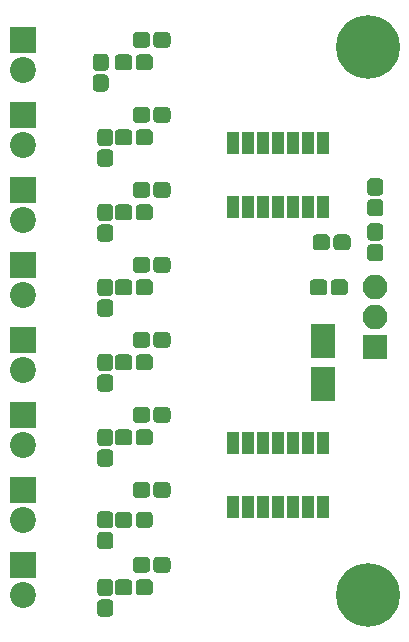
<source format=gts>
G04 #@! TF.GenerationSoftware,KiCad,Pcbnew,(6.0.0-rc1-dev)*
G04 #@! TF.CreationDate,2018-08-10T19:43:38+02:00*
G04 #@! TF.ProjectId,receiver,72656365697665722E6B696361645F70,rev?*
G04 #@! TF.SameCoordinates,PX6ed25c8PY45a45e8*
G04 #@! TF.FileFunction,Soldermask,Top*
G04 #@! TF.FilePolarity,Negative*
%FSLAX46Y46*%
G04 Gerber Fmt 4.6, Leading zero omitted, Abs format (unit mm)*
G04 Created by KiCad (PCBNEW (6.0.0-rc1-dev)) date Fri Aug 10 19:43:38 2018*
%MOMM*%
%LPD*%
G01*
G04 APERTURE LIST*
%ADD10C,5.400000*%
%ADD11R,2.000000X3.000000*%
%ADD12C,0.100000*%
%ADD13C,1.350000*%
%ADD14R,2.100000X2.100000*%
%ADD15O,2.100000X2.100000*%
%ADD16C,2.200000*%
%ADD17R,2.200000X2.200000*%
%ADD18R,1.000000X1.900000*%
G04 APERTURE END LIST*
D10*
G04 #@! TO.C,REF\002A\002A*
X32385000Y-50165000D03*
G04 #@! TD*
D11*
G04 #@! TO.C,C9*
X28575000Y-28680000D03*
X28575000Y-32280000D03*
G04 #@! TD*
D12*
G04 #@! TO.C,C10*
G36*
X30390581Y-23456625D02*
X30423343Y-23461485D01*
X30455471Y-23469533D01*
X30486656Y-23480691D01*
X30516596Y-23494852D01*
X30545005Y-23511879D01*
X30571608Y-23531609D01*
X30596149Y-23553851D01*
X30618391Y-23578392D01*
X30638121Y-23604995D01*
X30655148Y-23633404D01*
X30669309Y-23663344D01*
X30680467Y-23694529D01*
X30688515Y-23726657D01*
X30693375Y-23759419D01*
X30695000Y-23792500D01*
X30695000Y-24467500D01*
X30693375Y-24500581D01*
X30688515Y-24533343D01*
X30680467Y-24565471D01*
X30669309Y-24596656D01*
X30655148Y-24626596D01*
X30638121Y-24655005D01*
X30618391Y-24681608D01*
X30596149Y-24706149D01*
X30571608Y-24728391D01*
X30545005Y-24748121D01*
X30516596Y-24765148D01*
X30486656Y-24779309D01*
X30455471Y-24790467D01*
X30423343Y-24798515D01*
X30390581Y-24803375D01*
X30357500Y-24805000D01*
X29582500Y-24805000D01*
X29549419Y-24803375D01*
X29516657Y-24798515D01*
X29484529Y-24790467D01*
X29453344Y-24779309D01*
X29423404Y-24765148D01*
X29394995Y-24748121D01*
X29368392Y-24728391D01*
X29343851Y-24706149D01*
X29321609Y-24681608D01*
X29301879Y-24655005D01*
X29284852Y-24626596D01*
X29270691Y-24596656D01*
X29259533Y-24565471D01*
X29251485Y-24533343D01*
X29246625Y-24500581D01*
X29245000Y-24467500D01*
X29245000Y-23792500D01*
X29246625Y-23759419D01*
X29251485Y-23726657D01*
X29259533Y-23694529D01*
X29270691Y-23663344D01*
X29284852Y-23633404D01*
X29301879Y-23604995D01*
X29321609Y-23578392D01*
X29343851Y-23553851D01*
X29368392Y-23531609D01*
X29394995Y-23511879D01*
X29423404Y-23494852D01*
X29453344Y-23480691D01*
X29484529Y-23469533D01*
X29516657Y-23461485D01*
X29549419Y-23456625D01*
X29582500Y-23455000D01*
X30357500Y-23455000D01*
X30390581Y-23456625D01*
X30390581Y-23456625D01*
G37*
D13*
X29970000Y-24130000D03*
D12*
G36*
X28640581Y-23456625D02*
X28673343Y-23461485D01*
X28705471Y-23469533D01*
X28736656Y-23480691D01*
X28766596Y-23494852D01*
X28795005Y-23511879D01*
X28821608Y-23531609D01*
X28846149Y-23553851D01*
X28868391Y-23578392D01*
X28888121Y-23604995D01*
X28905148Y-23633404D01*
X28919309Y-23663344D01*
X28930467Y-23694529D01*
X28938515Y-23726657D01*
X28943375Y-23759419D01*
X28945000Y-23792500D01*
X28945000Y-24467500D01*
X28943375Y-24500581D01*
X28938515Y-24533343D01*
X28930467Y-24565471D01*
X28919309Y-24596656D01*
X28905148Y-24626596D01*
X28888121Y-24655005D01*
X28868391Y-24681608D01*
X28846149Y-24706149D01*
X28821608Y-24728391D01*
X28795005Y-24748121D01*
X28766596Y-24765148D01*
X28736656Y-24779309D01*
X28705471Y-24790467D01*
X28673343Y-24798515D01*
X28640581Y-24803375D01*
X28607500Y-24805000D01*
X27832500Y-24805000D01*
X27799419Y-24803375D01*
X27766657Y-24798515D01*
X27734529Y-24790467D01*
X27703344Y-24779309D01*
X27673404Y-24765148D01*
X27644995Y-24748121D01*
X27618392Y-24728391D01*
X27593851Y-24706149D01*
X27571609Y-24681608D01*
X27551879Y-24655005D01*
X27534852Y-24626596D01*
X27520691Y-24596656D01*
X27509533Y-24565471D01*
X27501485Y-24533343D01*
X27496625Y-24500581D01*
X27495000Y-24467500D01*
X27495000Y-23792500D01*
X27496625Y-23759419D01*
X27501485Y-23726657D01*
X27509533Y-23694529D01*
X27520691Y-23663344D01*
X27534852Y-23633404D01*
X27551879Y-23604995D01*
X27571609Y-23578392D01*
X27593851Y-23553851D01*
X27618392Y-23531609D01*
X27644995Y-23511879D01*
X27673404Y-23494852D01*
X27703344Y-23480691D01*
X27734529Y-23469533D01*
X27766657Y-23461485D01*
X27799419Y-23456625D01*
X27832500Y-23455000D01*
X28607500Y-23455000D01*
X28640581Y-23456625D01*
X28640581Y-23456625D01*
G37*
D13*
X28220000Y-24130000D03*
G04 #@! TD*
D12*
G04 #@! TO.C,C8*
G36*
X10530581Y-50556625D02*
X10563343Y-50561485D01*
X10595471Y-50569533D01*
X10626656Y-50580691D01*
X10656596Y-50594852D01*
X10685005Y-50611879D01*
X10711608Y-50631609D01*
X10736149Y-50653851D01*
X10758391Y-50678392D01*
X10778121Y-50704995D01*
X10795148Y-50733404D01*
X10809309Y-50763344D01*
X10820467Y-50794529D01*
X10828515Y-50826657D01*
X10833375Y-50859419D01*
X10835000Y-50892500D01*
X10835000Y-51667500D01*
X10833375Y-51700581D01*
X10828515Y-51733343D01*
X10820467Y-51765471D01*
X10809309Y-51796656D01*
X10795148Y-51826596D01*
X10778121Y-51855005D01*
X10758391Y-51881608D01*
X10736149Y-51906149D01*
X10711608Y-51928391D01*
X10685005Y-51948121D01*
X10656596Y-51965148D01*
X10626656Y-51979309D01*
X10595471Y-51990467D01*
X10563343Y-51998515D01*
X10530581Y-52003375D01*
X10497500Y-52005000D01*
X9822500Y-52005000D01*
X9789419Y-52003375D01*
X9756657Y-51998515D01*
X9724529Y-51990467D01*
X9693344Y-51979309D01*
X9663404Y-51965148D01*
X9634995Y-51948121D01*
X9608392Y-51928391D01*
X9583851Y-51906149D01*
X9561609Y-51881608D01*
X9541879Y-51855005D01*
X9524852Y-51826596D01*
X9510691Y-51796656D01*
X9499533Y-51765471D01*
X9491485Y-51733343D01*
X9486625Y-51700581D01*
X9485000Y-51667500D01*
X9485000Y-50892500D01*
X9486625Y-50859419D01*
X9491485Y-50826657D01*
X9499533Y-50794529D01*
X9510691Y-50763344D01*
X9524852Y-50733404D01*
X9541879Y-50704995D01*
X9561609Y-50678392D01*
X9583851Y-50653851D01*
X9608392Y-50631609D01*
X9634995Y-50611879D01*
X9663404Y-50594852D01*
X9693344Y-50580691D01*
X9724529Y-50569533D01*
X9756657Y-50561485D01*
X9789419Y-50556625D01*
X9822500Y-50555000D01*
X10497500Y-50555000D01*
X10530581Y-50556625D01*
X10530581Y-50556625D01*
G37*
D13*
X10160000Y-51280000D03*
D12*
G36*
X10530581Y-48806625D02*
X10563343Y-48811485D01*
X10595471Y-48819533D01*
X10626656Y-48830691D01*
X10656596Y-48844852D01*
X10685005Y-48861879D01*
X10711608Y-48881609D01*
X10736149Y-48903851D01*
X10758391Y-48928392D01*
X10778121Y-48954995D01*
X10795148Y-48983404D01*
X10809309Y-49013344D01*
X10820467Y-49044529D01*
X10828515Y-49076657D01*
X10833375Y-49109419D01*
X10835000Y-49142500D01*
X10835000Y-49917500D01*
X10833375Y-49950581D01*
X10828515Y-49983343D01*
X10820467Y-50015471D01*
X10809309Y-50046656D01*
X10795148Y-50076596D01*
X10778121Y-50105005D01*
X10758391Y-50131608D01*
X10736149Y-50156149D01*
X10711608Y-50178391D01*
X10685005Y-50198121D01*
X10656596Y-50215148D01*
X10626656Y-50229309D01*
X10595471Y-50240467D01*
X10563343Y-50248515D01*
X10530581Y-50253375D01*
X10497500Y-50255000D01*
X9822500Y-50255000D01*
X9789419Y-50253375D01*
X9756657Y-50248515D01*
X9724529Y-50240467D01*
X9693344Y-50229309D01*
X9663404Y-50215148D01*
X9634995Y-50198121D01*
X9608392Y-50178391D01*
X9583851Y-50156149D01*
X9561609Y-50131608D01*
X9541879Y-50105005D01*
X9524852Y-50076596D01*
X9510691Y-50046656D01*
X9499533Y-50015471D01*
X9491485Y-49983343D01*
X9486625Y-49950581D01*
X9485000Y-49917500D01*
X9485000Y-49142500D01*
X9486625Y-49109419D01*
X9491485Y-49076657D01*
X9499533Y-49044529D01*
X9510691Y-49013344D01*
X9524852Y-48983404D01*
X9541879Y-48954995D01*
X9561609Y-48928392D01*
X9583851Y-48903851D01*
X9608392Y-48881609D01*
X9634995Y-48861879D01*
X9663404Y-48844852D01*
X9693344Y-48830691D01*
X9724529Y-48819533D01*
X9756657Y-48811485D01*
X9789419Y-48806625D01*
X9822500Y-48805000D01*
X10497500Y-48805000D01*
X10530581Y-48806625D01*
X10530581Y-48806625D01*
G37*
D13*
X10160000Y-49530000D03*
G04 #@! TD*
D12*
G04 #@! TO.C,C7*
G36*
X10530581Y-43091625D02*
X10563343Y-43096485D01*
X10595471Y-43104533D01*
X10626656Y-43115691D01*
X10656596Y-43129852D01*
X10685005Y-43146879D01*
X10711608Y-43166609D01*
X10736149Y-43188851D01*
X10758391Y-43213392D01*
X10778121Y-43239995D01*
X10795148Y-43268404D01*
X10809309Y-43298344D01*
X10820467Y-43329529D01*
X10828515Y-43361657D01*
X10833375Y-43394419D01*
X10835000Y-43427500D01*
X10835000Y-44202500D01*
X10833375Y-44235581D01*
X10828515Y-44268343D01*
X10820467Y-44300471D01*
X10809309Y-44331656D01*
X10795148Y-44361596D01*
X10778121Y-44390005D01*
X10758391Y-44416608D01*
X10736149Y-44441149D01*
X10711608Y-44463391D01*
X10685005Y-44483121D01*
X10656596Y-44500148D01*
X10626656Y-44514309D01*
X10595471Y-44525467D01*
X10563343Y-44533515D01*
X10530581Y-44538375D01*
X10497500Y-44540000D01*
X9822500Y-44540000D01*
X9789419Y-44538375D01*
X9756657Y-44533515D01*
X9724529Y-44525467D01*
X9693344Y-44514309D01*
X9663404Y-44500148D01*
X9634995Y-44483121D01*
X9608392Y-44463391D01*
X9583851Y-44441149D01*
X9561609Y-44416608D01*
X9541879Y-44390005D01*
X9524852Y-44361596D01*
X9510691Y-44331656D01*
X9499533Y-44300471D01*
X9491485Y-44268343D01*
X9486625Y-44235581D01*
X9485000Y-44202500D01*
X9485000Y-43427500D01*
X9486625Y-43394419D01*
X9491485Y-43361657D01*
X9499533Y-43329529D01*
X9510691Y-43298344D01*
X9524852Y-43268404D01*
X9541879Y-43239995D01*
X9561609Y-43213392D01*
X9583851Y-43188851D01*
X9608392Y-43166609D01*
X9634995Y-43146879D01*
X9663404Y-43129852D01*
X9693344Y-43115691D01*
X9724529Y-43104533D01*
X9756657Y-43096485D01*
X9789419Y-43091625D01*
X9822500Y-43090000D01*
X10497500Y-43090000D01*
X10530581Y-43091625D01*
X10530581Y-43091625D01*
G37*
D13*
X10160000Y-43815000D03*
D12*
G36*
X10530581Y-44841625D02*
X10563343Y-44846485D01*
X10595471Y-44854533D01*
X10626656Y-44865691D01*
X10656596Y-44879852D01*
X10685005Y-44896879D01*
X10711608Y-44916609D01*
X10736149Y-44938851D01*
X10758391Y-44963392D01*
X10778121Y-44989995D01*
X10795148Y-45018404D01*
X10809309Y-45048344D01*
X10820467Y-45079529D01*
X10828515Y-45111657D01*
X10833375Y-45144419D01*
X10835000Y-45177500D01*
X10835000Y-45952500D01*
X10833375Y-45985581D01*
X10828515Y-46018343D01*
X10820467Y-46050471D01*
X10809309Y-46081656D01*
X10795148Y-46111596D01*
X10778121Y-46140005D01*
X10758391Y-46166608D01*
X10736149Y-46191149D01*
X10711608Y-46213391D01*
X10685005Y-46233121D01*
X10656596Y-46250148D01*
X10626656Y-46264309D01*
X10595471Y-46275467D01*
X10563343Y-46283515D01*
X10530581Y-46288375D01*
X10497500Y-46290000D01*
X9822500Y-46290000D01*
X9789419Y-46288375D01*
X9756657Y-46283515D01*
X9724529Y-46275467D01*
X9693344Y-46264309D01*
X9663404Y-46250148D01*
X9634995Y-46233121D01*
X9608392Y-46213391D01*
X9583851Y-46191149D01*
X9561609Y-46166608D01*
X9541879Y-46140005D01*
X9524852Y-46111596D01*
X9510691Y-46081656D01*
X9499533Y-46050471D01*
X9491485Y-46018343D01*
X9486625Y-45985581D01*
X9485000Y-45952500D01*
X9485000Y-45177500D01*
X9486625Y-45144419D01*
X9491485Y-45111657D01*
X9499533Y-45079529D01*
X9510691Y-45048344D01*
X9524852Y-45018404D01*
X9541879Y-44989995D01*
X9561609Y-44963392D01*
X9583851Y-44938851D01*
X9608392Y-44916609D01*
X9634995Y-44896879D01*
X9663404Y-44879852D01*
X9693344Y-44865691D01*
X9724529Y-44854533D01*
X9756657Y-44846485D01*
X9789419Y-44841625D01*
X9822500Y-44840000D01*
X10497500Y-44840000D01*
X10530581Y-44841625D01*
X10530581Y-44841625D01*
G37*
D13*
X10160000Y-45565000D03*
G04 #@! TD*
D12*
G04 #@! TO.C,C6*
G36*
X10530581Y-37856625D02*
X10563343Y-37861485D01*
X10595471Y-37869533D01*
X10626656Y-37880691D01*
X10656596Y-37894852D01*
X10685005Y-37911879D01*
X10711608Y-37931609D01*
X10736149Y-37953851D01*
X10758391Y-37978392D01*
X10778121Y-38004995D01*
X10795148Y-38033404D01*
X10809309Y-38063344D01*
X10820467Y-38094529D01*
X10828515Y-38126657D01*
X10833375Y-38159419D01*
X10835000Y-38192500D01*
X10835000Y-38967500D01*
X10833375Y-39000581D01*
X10828515Y-39033343D01*
X10820467Y-39065471D01*
X10809309Y-39096656D01*
X10795148Y-39126596D01*
X10778121Y-39155005D01*
X10758391Y-39181608D01*
X10736149Y-39206149D01*
X10711608Y-39228391D01*
X10685005Y-39248121D01*
X10656596Y-39265148D01*
X10626656Y-39279309D01*
X10595471Y-39290467D01*
X10563343Y-39298515D01*
X10530581Y-39303375D01*
X10497500Y-39305000D01*
X9822500Y-39305000D01*
X9789419Y-39303375D01*
X9756657Y-39298515D01*
X9724529Y-39290467D01*
X9693344Y-39279309D01*
X9663404Y-39265148D01*
X9634995Y-39248121D01*
X9608392Y-39228391D01*
X9583851Y-39206149D01*
X9561609Y-39181608D01*
X9541879Y-39155005D01*
X9524852Y-39126596D01*
X9510691Y-39096656D01*
X9499533Y-39065471D01*
X9491485Y-39033343D01*
X9486625Y-39000581D01*
X9485000Y-38967500D01*
X9485000Y-38192500D01*
X9486625Y-38159419D01*
X9491485Y-38126657D01*
X9499533Y-38094529D01*
X9510691Y-38063344D01*
X9524852Y-38033404D01*
X9541879Y-38004995D01*
X9561609Y-37978392D01*
X9583851Y-37953851D01*
X9608392Y-37931609D01*
X9634995Y-37911879D01*
X9663404Y-37894852D01*
X9693344Y-37880691D01*
X9724529Y-37869533D01*
X9756657Y-37861485D01*
X9789419Y-37856625D01*
X9822500Y-37855000D01*
X10497500Y-37855000D01*
X10530581Y-37856625D01*
X10530581Y-37856625D01*
G37*
D13*
X10160000Y-38580000D03*
D12*
G36*
X10530581Y-36106625D02*
X10563343Y-36111485D01*
X10595471Y-36119533D01*
X10626656Y-36130691D01*
X10656596Y-36144852D01*
X10685005Y-36161879D01*
X10711608Y-36181609D01*
X10736149Y-36203851D01*
X10758391Y-36228392D01*
X10778121Y-36254995D01*
X10795148Y-36283404D01*
X10809309Y-36313344D01*
X10820467Y-36344529D01*
X10828515Y-36376657D01*
X10833375Y-36409419D01*
X10835000Y-36442500D01*
X10835000Y-37217500D01*
X10833375Y-37250581D01*
X10828515Y-37283343D01*
X10820467Y-37315471D01*
X10809309Y-37346656D01*
X10795148Y-37376596D01*
X10778121Y-37405005D01*
X10758391Y-37431608D01*
X10736149Y-37456149D01*
X10711608Y-37478391D01*
X10685005Y-37498121D01*
X10656596Y-37515148D01*
X10626656Y-37529309D01*
X10595471Y-37540467D01*
X10563343Y-37548515D01*
X10530581Y-37553375D01*
X10497500Y-37555000D01*
X9822500Y-37555000D01*
X9789419Y-37553375D01*
X9756657Y-37548515D01*
X9724529Y-37540467D01*
X9693344Y-37529309D01*
X9663404Y-37515148D01*
X9634995Y-37498121D01*
X9608392Y-37478391D01*
X9583851Y-37456149D01*
X9561609Y-37431608D01*
X9541879Y-37405005D01*
X9524852Y-37376596D01*
X9510691Y-37346656D01*
X9499533Y-37315471D01*
X9491485Y-37283343D01*
X9486625Y-37250581D01*
X9485000Y-37217500D01*
X9485000Y-36442500D01*
X9486625Y-36409419D01*
X9491485Y-36376657D01*
X9499533Y-36344529D01*
X9510691Y-36313344D01*
X9524852Y-36283404D01*
X9541879Y-36254995D01*
X9561609Y-36228392D01*
X9583851Y-36203851D01*
X9608392Y-36181609D01*
X9634995Y-36161879D01*
X9663404Y-36144852D01*
X9693344Y-36130691D01*
X9724529Y-36119533D01*
X9756657Y-36111485D01*
X9789419Y-36106625D01*
X9822500Y-36105000D01*
X10497500Y-36105000D01*
X10530581Y-36106625D01*
X10530581Y-36106625D01*
G37*
D13*
X10160000Y-36830000D03*
G04 #@! TD*
D12*
G04 #@! TO.C,C5*
G36*
X10530581Y-29756625D02*
X10563343Y-29761485D01*
X10595471Y-29769533D01*
X10626656Y-29780691D01*
X10656596Y-29794852D01*
X10685005Y-29811879D01*
X10711608Y-29831609D01*
X10736149Y-29853851D01*
X10758391Y-29878392D01*
X10778121Y-29904995D01*
X10795148Y-29933404D01*
X10809309Y-29963344D01*
X10820467Y-29994529D01*
X10828515Y-30026657D01*
X10833375Y-30059419D01*
X10835000Y-30092500D01*
X10835000Y-30867500D01*
X10833375Y-30900581D01*
X10828515Y-30933343D01*
X10820467Y-30965471D01*
X10809309Y-30996656D01*
X10795148Y-31026596D01*
X10778121Y-31055005D01*
X10758391Y-31081608D01*
X10736149Y-31106149D01*
X10711608Y-31128391D01*
X10685005Y-31148121D01*
X10656596Y-31165148D01*
X10626656Y-31179309D01*
X10595471Y-31190467D01*
X10563343Y-31198515D01*
X10530581Y-31203375D01*
X10497500Y-31205000D01*
X9822500Y-31205000D01*
X9789419Y-31203375D01*
X9756657Y-31198515D01*
X9724529Y-31190467D01*
X9693344Y-31179309D01*
X9663404Y-31165148D01*
X9634995Y-31148121D01*
X9608392Y-31128391D01*
X9583851Y-31106149D01*
X9561609Y-31081608D01*
X9541879Y-31055005D01*
X9524852Y-31026596D01*
X9510691Y-30996656D01*
X9499533Y-30965471D01*
X9491485Y-30933343D01*
X9486625Y-30900581D01*
X9485000Y-30867500D01*
X9485000Y-30092500D01*
X9486625Y-30059419D01*
X9491485Y-30026657D01*
X9499533Y-29994529D01*
X9510691Y-29963344D01*
X9524852Y-29933404D01*
X9541879Y-29904995D01*
X9561609Y-29878392D01*
X9583851Y-29853851D01*
X9608392Y-29831609D01*
X9634995Y-29811879D01*
X9663404Y-29794852D01*
X9693344Y-29780691D01*
X9724529Y-29769533D01*
X9756657Y-29761485D01*
X9789419Y-29756625D01*
X9822500Y-29755000D01*
X10497500Y-29755000D01*
X10530581Y-29756625D01*
X10530581Y-29756625D01*
G37*
D13*
X10160000Y-30480000D03*
D12*
G36*
X10530581Y-31506625D02*
X10563343Y-31511485D01*
X10595471Y-31519533D01*
X10626656Y-31530691D01*
X10656596Y-31544852D01*
X10685005Y-31561879D01*
X10711608Y-31581609D01*
X10736149Y-31603851D01*
X10758391Y-31628392D01*
X10778121Y-31654995D01*
X10795148Y-31683404D01*
X10809309Y-31713344D01*
X10820467Y-31744529D01*
X10828515Y-31776657D01*
X10833375Y-31809419D01*
X10835000Y-31842500D01*
X10835000Y-32617500D01*
X10833375Y-32650581D01*
X10828515Y-32683343D01*
X10820467Y-32715471D01*
X10809309Y-32746656D01*
X10795148Y-32776596D01*
X10778121Y-32805005D01*
X10758391Y-32831608D01*
X10736149Y-32856149D01*
X10711608Y-32878391D01*
X10685005Y-32898121D01*
X10656596Y-32915148D01*
X10626656Y-32929309D01*
X10595471Y-32940467D01*
X10563343Y-32948515D01*
X10530581Y-32953375D01*
X10497500Y-32955000D01*
X9822500Y-32955000D01*
X9789419Y-32953375D01*
X9756657Y-32948515D01*
X9724529Y-32940467D01*
X9693344Y-32929309D01*
X9663404Y-32915148D01*
X9634995Y-32898121D01*
X9608392Y-32878391D01*
X9583851Y-32856149D01*
X9561609Y-32831608D01*
X9541879Y-32805005D01*
X9524852Y-32776596D01*
X9510691Y-32746656D01*
X9499533Y-32715471D01*
X9491485Y-32683343D01*
X9486625Y-32650581D01*
X9485000Y-32617500D01*
X9485000Y-31842500D01*
X9486625Y-31809419D01*
X9491485Y-31776657D01*
X9499533Y-31744529D01*
X9510691Y-31713344D01*
X9524852Y-31683404D01*
X9541879Y-31654995D01*
X9561609Y-31628392D01*
X9583851Y-31603851D01*
X9608392Y-31581609D01*
X9634995Y-31561879D01*
X9663404Y-31544852D01*
X9693344Y-31530691D01*
X9724529Y-31519533D01*
X9756657Y-31511485D01*
X9789419Y-31506625D01*
X9822500Y-31505000D01*
X10497500Y-31505000D01*
X10530581Y-31506625D01*
X10530581Y-31506625D01*
G37*
D13*
X10160000Y-32230000D03*
G04 #@! TD*
D12*
G04 #@! TO.C,C4*
G36*
X10530581Y-25156625D02*
X10563343Y-25161485D01*
X10595471Y-25169533D01*
X10626656Y-25180691D01*
X10656596Y-25194852D01*
X10685005Y-25211879D01*
X10711608Y-25231609D01*
X10736149Y-25253851D01*
X10758391Y-25278392D01*
X10778121Y-25304995D01*
X10795148Y-25333404D01*
X10809309Y-25363344D01*
X10820467Y-25394529D01*
X10828515Y-25426657D01*
X10833375Y-25459419D01*
X10835000Y-25492500D01*
X10835000Y-26267500D01*
X10833375Y-26300581D01*
X10828515Y-26333343D01*
X10820467Y-26365471D01*
X10809309Y-26396656D01*
X10795148Y-26426596D01*
X10778121Y-26455005D01*
X10758391Y-26481608D01*
X10736149Y-26506149D01*
X10711608Y-26528391D01*
X10685005Y-26548121D01*
X10656596Y-26565148D01*
X10626656Y-26579309D01*
X10595471Y-26590467D01*
X10563343Y-26598515D01*
X10530581Y-26603375D01*
X10497500Y-26605000D01*
X9822500Y-26605000D01*
X9789419Y-26603375D01*
X9756657Y-26598515D01*
X9724529Y-26590467D01*
X9693344Y-26579309D01*
X9663404Y-26565148D01*
X9634995Y-26548121D01*
X9608392Y-26528391D01*
X9583851Y-26506149D01*
X9561609Y-26481608D01*
X9541879Y-26455005D01*
X9524852Y-26426596D01*
X9510691Y-26396656D01*
X9499533Y-26365471D01*
X9491485Y-26333343D01*
X9486625Y-26300581D01*
X9485000Y-26267500D01*
X9485000Y-25492500D01*
X9486625Y-25459419D01*
X9491485Y-25426657D01*
X9499533Y-25394529D01*
X9510691Y-25363344D01*
X9524852Y-25333404D01*
X9541879Y-25304995D01*
X9561609Y-25278392D01*
X9583851Y-25253851D01*
X9608392Y-25231609D01*
X9634995Y-25211879D01*
X9663404Y-25194852D01*
X9693344Y-25180691D01*
X9724529Y-25169533D01*
X9756657Y-25161485D01*
X9789419Y-25156625D01*
X9822500Y-25155000D01*
X10497500Y-25155000D01*
X10530581Y-25156625D01*
X10530581Y-25156625D01*
G37*
D13*
X10160000Y-25880000D03*
D12*
G36*
X10530581Y-23406625D02*
X10563343Y-23411485D01*
X10595471Y-23419533D01*
X10626656Y-23430691D01*
X10656596Y-23444852D01*
X10685005Y-23461879D01*
X10711608Y-23481609D01*
X10736149Y-23503851D01*
X10758391Y-23528392D01*
X10778121Y-23554995D01*
X10795148Y-23583404D01*
X10809309Y-23613344D01*
X10820467Y-23644529D01*
X10828515Y-23676657D01*
X10833375Y-23709419D01*
X10835000Y-23742500D01*
X10835000Y-24517500D01*
X10833375Y-24550581D01*
X10828515Y-24583343D01*
X10820467Y-24615471D01*
X10809309Y-24646656D01*
X10795148Y-24676596D01*
X10778121Y-24705005D01*
X10758391Y-24731608D01*
X10736149Y-24756149D01*
X10711608Y-24778391D01*
X10685005Y-24798121D01*
X10656596Y-24815148D01*
X10626656Y-24829309D01*
X10595471Y-24840467D01*
X10563343Y-24848515D01*
X10530581Y-24853375D01*
X10497500Y-24855000D01*
X9822500Y-24855000D01*
X9789419Y-24853375D01*
X9756657Y-24848515D01*
X9724529Y-24840467D01*
X9693344Y-24829309D01*
X9663404Y-24815148D01*
X9634995Y-24798121D01*
X9608392Y-24778391D01*
X9583851Y-24756149D01*
X9561609Y-24731608D01*
X9541879Y-24705005D01*
X9524852Y-24676596D01*
X9510691Y-24646656D01*
X9499533Y-24615471D01*
X9491485Y-24583343D01*
X9486625Y-24550581D01*
X9485000Y-24517500D01*
X9485000Y-23742500D01*
X9486625Y-23709419D01*
X9491485Y-23676657D01*
X9499533Y-23644529D01*
X9510691Y-23613344D01*
X9524852Y-23583404D01*
X9541879Y-23554995D01*
X9561609Y-23528392D01*
X9583851Y-23503851D01*
X9608392Y-23481609D01*
X9634995Y-23461879D01*
X9663404Y-23444852D01*
X9693344Y-23430691D01*
X9724529Y-23419533D01*
X9756657Y-23411485D01*
X9789419Y-23406625D01*
X9822500Y-23405000D01*
X10497500Y-23405000D01*
X10530581Y-23406625D01*
X10530581Y-23406625D01*
G37*
D13*
X10160000Y-24130000D03*
G04 #@! TD*
D12*
G04 #@! TO.C,C3*
G36*
X10530581Y-17056625D02*
X10563343Y-17061485D01*
X10595471Y-17069533D01*
X10626656Y-17080691D01*
X10656596Y-17094852D01*
X10685005Y-17111879D01*
X10711608Y-17131609D01*
X10736149Y-17153851D01*
X10758391Y-17178392D01*
X10778121Y-17204995D01*
X10795148Y-17233404D01*
X10809309Y-17263344D01*
X10820467Y-17294529D01*
X10828515Y-17326657D01*
X10833375Y-17359419D01*
X10835000Y-17392500D01*
X10835000Y-18167500D01*
X10833375Y-18200581D01*
X10828515Y-18233343D01*
X10820467Y-18265471D01*
X10809309Y-18296656D01*
X10795148Y-18326596D01*
X10778121Y-18355005D01*
X10758391Y-18381608D01*
X10736149Y-18406149D01*
X10711608Y-18428391D01*
X10685005Y-18448121D01*
X10656596Y-18465148D01*
X10626656Y-18479309D01*
X10595471Y-18490467D01*
X10563343Y-18498515D01*
X10530581Y-18503375D01*
X10497500Y-18505000D01*
X9822500Y-18505000D01*
X9789419Y-18503375D01*
X9756657Y-18498515D01*
X9724529Y-18490467D01*
X9693344Y-18479309D01*
X9663404Y-18465148D01*
X9634995Y-18448121D01*
X9608392Y-18428391D01*
X9583851Y-18406149D01*
X9561609Y-18381608D01*
X9541879Y-18355005D01*
X9524852Y-18326596D01*
X9510691Y-18296656D01*
X9499533Y-18265471D01*
X9491485Y-18233343D01*
X9486625Y-18200581D01*
X9485000Y-18167500D01*
X9485000Y-17392500D01*
X9486625Y-17359419D01*
X9491485Y-17326657D01*
X9499533Y-17294529D01*
X9510691Y-17263344D01*
X9524852Y-17233404D01*
X9541879Y-17204995D01*
X9561609Y-17178392D01*
X9583851Y-17153851D01*
X9608392Y-17131609D01*
X9634995Y-17111879D01*
X9663404Y-17094852D01*
X9693344Y-17080691D01*
X9724529Y-17069533D01*
X9756657Y-17061485D01*
X9789419Y-17056625D01*
X9822500Y-17055000D01*
X10497500Y-17055000D01*
X10530581Y-17056625D01*
X10530581Y-17056625D01*
G37*
D13*
X10160000Y-17780000D03*
D12*
G36*
X10530581Y-18806625D02*
X10563343Y-18811485D01*
X10595471Y-18819533D01*
X10626656Y-18830691D01*
X10656596Y-18844852D01*
X10685005Y-18861879D01*
X10711608Y-18881609D01*
X10736149Y-18903851D01*
X10758391Y-18928392D01*
X10778121Y-18954995D01*
X10795148Y-18983404D01*
X10809309Y-19013344D01*
X10820467Y-19044529D01*
X10828515Y-19076657D01*
X10833375Y-19109419D01*
X10835000Y-19142500D01*
X10835000Y-19917500D01*
X10833375Y-19950581D01*
X10828515Y-19983343D01*
X10820467Y-20015471D01*
X10809309Y-20046656D01*
X10795148Y-20076596D01*
X10778121Y-20105005D01*
X10758391Y-20131608D01*
X10736149Y-20156149D01*
X10711608Y-20178391D01*
X10685005Y-20198121D01*
X10656596Y-20215148D01*
X10626656Y-20229309D01*
X10595471Y-20240467D01*
X10563343Y-20248515D01*
X10530581Y-20253375D01*
X10497500Y-20255000D01*
X9822500Y-20255000D01*
X9789419Y-20253375D01*
X9756657Y-20248515D01*
X9724529Y-20240467D01*
X9693344Y-20229309D01*
X9663404Y-20215148D01*
X9634995Y-20198121D01*
X9608392Y-20178391D01*
X9583851Y-20156149D01*
X9561609Y-20131608D01*
X9541879Y-20105005D01*
X9524852Y-20076596D01*
X9510691Y-20046656D01*
X9499533Y-20015471D01*
X9491485Y-19983343D01*
X9486625Y-19950581D01*
X9485000Y-19917500D01*
X9485000Y-19142500D01*
X9486625Y-19109419D01*
X9491485Y-19076657D01*
X9499533Y-19044529D01*
X9510691Y-19013344D01*
X9524852Y-18983404D01*
X9541879Y-18954995D01*
X9561609Y-18928392D01*
X9583851Y-18903851D01*
X9608392Y-18881609D01*
X9634995Y-18861879D01*
X9663404Y-18844852D01*
X9693344Y-18830691D01*
X9724529Y-18819533D01*
X9756657Y-18811485D01*
X9789419Y-18806625D01*
X9822500Y-18805000D01*
X10497500Y-18805000D01*
X10530581Y-18806625D01*
X10530581Y-18806625D01*
G37*
D13*
X10160000Y-19530000D03*
G04 #@! TD*
D12*
G04 #@! TO.C,C2*
G36*
X10530581Y-12456625D02*
X10563343Y-12461485D01*
X10595471Y-12469533D01*
X10626656Y-12480691D01*
X10656596Y-12494852D01*
X10685005Y-12511879D01*
X10711608Y-12531609D01*
X10736149Y-12553851D01*
X10758391Y-12578392D01*
X10778121Y-12604995D01*
X10795148Y-12633404D01*
X10809309Y-12663344D01*
X10820467Y-12694529D01*
X10828515Y-12726657D01*
X10833375Y-12759419D01*
X10835000Y-12792500D01*
X10835000Y-13567500D01*
X10833375Y-13600581D01*
X10828515Y-13633343D01*
X10820467Y-13665471D01*
X10809309Y-13696656D01*
X10795148Y-13726596D01*
X10778121Y-13755005D01*
X10758391Y-13781608D01*
X10736149Y-13806149D01*
X10711608Y-13828391D01*
X10685005Y-13848121D01*
X10656596Y-13865148D01*
X10626656Y-13879309D01*
X10595471Y-13890467D01*
X10563343Y-13898515D01*
X10530581Y-13903375D01*
X10497500Y-13905000D01*
X9822500Y-13905000D01*
X9789419Y-13903375D01*
X9756657Y-13898515D01*
X9724529Y-13890467D01*
X9693344Y-13879309D01*
X9663404Y-13865148D01*
X9634995Y-13848121D01*
X9608392Y-13828391D01*
X9583851Y-13806149D01*
X9561609Y-13781608D01*
X9541879Y-13755005D01*
X9524852Y-13726596D01*
X9510691Y-13696656D01*
X9499533Y-13665471D01*
X9491485Y-13633343D01*
X9486625Y-13600581D01*
X9485000Y-13567500D01*
X9485000Y-12792500D01*
X9486625Y-12759419D01*
X9491485Y-12726657D01*
X9499533Y-12694529D01*
X9510691Y-12663344D01*
X9524852Y-12633404D01*
X9541879Y-12604995D01*
X9561609Y-12578392D01*
X9583851Y-12553851D01*
X9608392Y-12531609D01*
X9634995Y-12511879D01*
X9663404Y-12494852D01*
X9693344Y-12480691D01*
X9724529Y-12469533D01*
X9756657Y-12461485D01*
X9789419Y-12456625D01*
X9822500Y-12455000D01*
X10497500Y-12455000D01*
X10530581Y-12456625D01*
X10530581Y-12456625D01*
G37*
D13*
X10160000Y-13180000D03*
D12*
G36*
X10530581Y-10706625D02*
X10563343Y-10711485D01*
X10595471Y-10719533D01*
X10626656Y-10730691D01*
X10656596Y-10744852D01*
X10685005Y-10761879D01*
X10711608Y-10781609D01*
X10736149Y-10803851D01*
X10758391Y-10828392D01*
X10778121Y-10854995D01*
X10795148Y-10883404D01*
X10809309Y-10913344D01*
X10820467Y-10944529D01*
X10828515Y-10976657D01*
X10833375Y-11009419D01*
X10835000Y-11042500D01*
X10835000Y-11817500D01*
X10833375Y-11850581D01*
X10828515Y-11883343D01*
X10820467Y-11915471D01*
X10809309Y-11946656D01*
X10795148Y-11976596D01*
X10778121Y-12005005D01*
X10758391Y-12031608D01*
X10736149Y-12056149D01*
X10711608Y-12078391D01*
X10685005Y-12098121D01*
X10656596Y-12115148D01*
X10626656Y-12129309D01*
X10595471Y-12140467D01*
X10563343Y-12148515D01*
X10530581Y-12153375D01*
X10497500Y-12155000D01*
X9822500Y-12155000D01*
X9789419Y-12153375D01*
X9756657Y-12148515D01*
X9724529Y-12140467D01*
X9693344Y-12129309D01*
X9663404Y-12115148D01*
X9634995Y-12098121D01*
X9608392Y-12078391D01*
X9583851Y-12056149D01*
X9561609Y-12031608D01*
X9541879Y-12005005D01*
X9524852Y-11976596D01*
X9510691Y-11946656D01*
X9499533Y-11915471D01*
X9491485Y-11883343D01*
X9486625Y-11850581D01*
X9485000Y-11817500D01*
X9485000Y-11042500D01*
X9486625Y-11009419D01*
X9491485Y-10976657D01*
X9499533Y-10944529D01*
X9510691Y-10913344D01*
X9524852Y-10883404D01*
X9541879Y-10854995D01*
X9561609Y-10828392D01*
X9583851Y-10803851D01*
X9608392Y-10781609D01*
X9634995Y-10761879D01*
X9663404Y-10744852D01*
X9693344Y-10730691D01*
X9724529Y-10719533D01*
X9756657Y-10711485D01*
X9789419Y-10706625D01*
X9822500Y-10705000D01*
X10497500Y-10705000D01*
X10530581Y-10706625D01*
X10530581Y-10706625D01*
G37*
D13*
X10160000Y-11430000D03*
G04 #@! TD*
D12*
G04 #@! TO.C,C1*
G36*
X10135581Y-4356625D02*
X10168343Y-4361485D01*
X10200471Y-4369533D01*
X10231656Y-4380691D01*
X10261596Y-4394852D01*
X10290005Y-4411879D01*
X10316608Y-4431609D01*
X10341149Y-4453851D01*
X10363391Y-4478392D01*
X10383121Y-4504995D01*
X10400148Y-4533404D01*
X10414309Y-4563344D01*
X10425467Y-4594529D01*
X10433515Y-4626657D01*
X10438375Y-4659419D01*
X10440000Y-4692500D01*
X10440000Y-5467500D01*
X10438375Y-5500581D01*
X10433515Y-5533343D01*
X10425467Y-5565471D01*
X10414309Y-5596656D01*
X10400148Y-5626596D01*
X10383121Y-5655005D01*
X10363391Y-5681608D01*
X10341149Y-5706149D01*
X10316608Y-5728391D01*
X10290005Y-5748121D01*
X10261596Y-5765148D01*
X10231656Y-5779309D01*
X10200471Y-5790467D01*
X10168343Y-5798515D01*
X10135581Y-5803375D01*
X10102500Y-5805000D01*
X9427500Y-5805000D01*
X9394419Y-5803375D01*
X9361657Y-5798515D01*
X9329529Y-5790467D01*
X9298344Y-5779309D01*
X9268404Y-5765148D01*
X9239995Y-5748121D01*
X9213392Y-5728391D01*
X9188851Y-5706149D01*
X9166609Y-5681608D01*
X9146879Y-5655005D01*
X9129852Y-5626596D01*
X9115691Y-5596656D01*
X9104533Y-5565471D01*
X9096485Y-5533343D01*
X9091625Y-5500581D01*
X9090000Y-5467500D01*
X9090000Y-4692500D01*
X9091625Y-4659419D01*
X9096485Y-4626657D01*
X9104533Y-4594529D01*
X9115691Y-4563344D01*
X9129852Y-4533404D01*
X9146879Y-4504995D01*
X9166609Y-4478392D01*
X9188851Y-4453851D01*
X9213392Y-4431609D01*
X9239995Y-4411879D01*
X9268404Y-4394852D01*
X9298344Y-4380691D01*
X9329529Y-4369533D01*
X9361657Y-4361485D01*
X9394419Y-4356625D01*
X9427500Y-4355000D01*
X10102500Y-4355000D01*
X10135581Y-4356625D01*
X10135581Y-4356625D01*
G37*
D13*
X9765000Y-5080000D03*
D12*
G36*
X10135581Y-6106625D02*
X10168343Y-6111485D01*
X10200471Y-6119533D01*
X10231656Y-6130691D01*
X10261596Y-6144852D01*
X10290005Y-6161879D01*
X10316608Y-6181609D01*
X10341149Y-6203851D01*
X10363391Y-6228392D01*
X10383121Y-6254995D01*
X10400148Y-6283404D01*
X10414309Y-6313344D01*
X10425467Y-6344529D01*
X10433515Y-6376657D01*
X10438375Y-6409419D01*
X10440000Y-6442500D01*
X10440000Y-7217500D01*
X10438375Y-7250581D01*
X10433515Y-7283343D01*
X10425467Y-7315471D01*
X10414309Y-7346656D01*
X10400148Y-7376596D01*
X10383121Y-7405005D01*
X10363391Y-7431608D01*
X10341149Y-7456149D01*
X10316608Y-7478391D01*
X10290005Y-7498121D01*
X10261596Y-7515148D01*
X10231656Y-7529309D01*
X10200471Y-7540467D01*
X10168343Y-7548515D01*
X10135581Y-7553375D01*
X10102500Y-7555000D01*
X9427500Y-7555000D01*
X9394419Y-7553375D01*
X9361657Y-7548515D01*
X9329529Y-7540467D01*
X9298344Y-7529309D01*
X9268404Y-7515148D01*
X9239995Y-7498121D01*
X9213392Y-7478391D01*
X9188851Y-7456149D01*
X9166609Y-7431608D01*
X9146879Y-7405005D01*
X9129852Y-7376596D01*
X9115691Y-7346656D01*
X9104533Y-7315471D01*
X9096485Y-7283343D01*
X9091625Y-7250581D01*
X9090000Y-7217500D01*
X9090000Y-6442500D01*
X9091625Y-6409419D01*
X9096485Y-6376657D01*
X9104533Y-6344529D01*
X9115691Y-6313344D01*
X9129852Y-6283404D01*
X9146879Y-6254995D01*
X9166609Y-6228392D01*
X9188851Y-6203851D01*
X9213392Y-6181609D01*
X9239995Y-6161879D01*
X9268404Y-6144852D01*
X9298344Y-6130691D01*
X9329529Y-6119533D01*
X9361657Y-6111485D01*
X9394419Y-6106625D01*
X9427500Y-6105000D01*
X10102500Y-6105000D01*
X10135581Y-6106625D01*
X10135581Y-6106625D01*
G37*
D13*
X9765000Y-6830000D03*
G04 #@! TD*
D14*
G04 #@! TO.C,J1*
X33020000Y-29210000D03*
D15*
X33020000Y-26670000D03*
X33020000Y-24130000D03*
G04 #@! TD*
D12*
G04 #@! TO.C,D9*
G36*
X33390581Y-14911625D02*
X33423343Y-14916485D01*
X33455471Y-14924533D01*
X33486656Y-14935691D01*
X33516596Y-14949852D01*
X33545005Y-14966879D01*
X33571608Y-14986609D01*
X33596149Y-15008851D01*
X33618391Y-15033392D01*
X33638121Y-15059995D01*
X33655148Y-15088404D01*
X33669309Y-15118344D01*
X33680467Y-15149529D01*
X33688515Y-15181657D01*
X33693375Y-15214419D01*
X33695000Y-15247500D01*
X33695000Y-16022500D01*
X33693375Y-16055581D01*
X33688515Y-16088343D01*
X33680467Y-16120471D01*
X33669309Y-16151656D01*
X33655148Y-16181596D01*
X33638121Y-16210005D01*
X33618391Y-16236608D01*
X33596149Y-16261149D01*
X33571608Y-16283391D01*
X33545005Y-16303121D01*
X33516596Y-16320148D01*
X33486656Y-16334309D01*
X33455471Y-16345467D01*
X33423343Y-16353515D01*
X33390581Y-16358375D01*
X33357500Y-16360000D01*
X32682500Y-16360000D01*
X32649419Y-16358375D01*
X32616657Y-16353515D01*
X32584529Y-16345467D01*
X32553344Y-16334309D01*
X32523404Y-16320148D01*
X32494995Y-16303121D01*
X32468392Y-16283391D01*
X32443851Y-16261149D01*
X32421609Y-16236608D01*
X32401879Y-16210005D01*
X32384852Y-16181596D01*
X32370691Y-16151656D01*
X32359533Y-16120471D01*
X32351485Y-16088343D01*
X32346625Y-16055581D01*
X32345000Y-16022500D01*
X32345000Y-15247500D01*
X32346625Y-15214419D01*
X32351485Y-15181657D01*
X32359533Y-15149529D01*
X32370691Y-15118344D01*
X32384852Y-15088404D01*
X32401879Y-15059995D01*
X32421609Y-15033392D01*
X32443851Y-15008851D01*
X32468392Y-14986609D01*
X32494995Y-14966879D01*
X32523404Y-14949852D01*
X32553344Y-14935691D01*
X32584529Y-14924533D01*
X32616657Y-14916485D01*
X32649419Y-14911625D01*
X32682500Y-14910000D01*
X33357500Y-14910000D01*
X33390581Y-14911625D01*
X33390581Y-14911625D01*
G37*
D13*
X33020000Y-15635000D03*
D12*
G36*
X33390581Y-16661625D02*
X33423343Y-16666485D01*
X33455471Y-16674533D01*
X33486656Y-16685691D01*
X33516596Y-16699852D01*
X33545005Y-16716879D01*
X33571608Y-16736609D01*
X33596149Y-16758851D01*
X33618391Y-16783392D01*
X33638121Y-16809995D01*
X33655148Y-16838404D01*
X33669309Y-16868344D01*
X33680467Y-16899529D01*
X33688515Y-16931657D01*
X33693375Y-16964419D01*
X33695000Y-16997500D01*
X33695000Y-17772500D01*
X33693375Y-17805581D01*
X33688515Y-17838343D01*
X33680467Y-17870471D01*
X33669309Y-17901656D01*
X33655148Y-17931596D01*
X33638121Y-17960005D01*
X33618391Y-17986608D01*
X33596149Y-18011149D01*
X33571608Y-18033391D01*
X33545005Y-18053121D01*
X33516596Y-18070148D01*
X33486656Y-18084309D01*
X33455471Y-18095467D01*
X33423343Y-18103515D01*
X33390581Y-18108375D01*
X33357500Y-18110000D01*
X32682500Y-18110000D01*
X32649419Y-18108375D01*
X32616657Y-18103515D01*
X32584529Y-18095467D01*
X32553344Y-18084309D01*
X32523404Y-18070148D01*
X32494995Y-18053121D01*
X32468392Y-18033391D01*
X32443851Y-18011149D01*
X32421609Y-17986608D01*
X32401879Y-17960005D01*
X32384852Y-17931596D01*
X32370691Y-17901656D01*
X32359533Y-17870471D01*
X32351485Y-17838343D01*
X32346625Y-17805581D01*
X32345000Y-17772500D01*
X32345000Y-16997500D01*
X32346625Y-16964419D01*
X32351485Y-16931657D01*
X32359533Y-16899529D01*
X32370691Y-16868344D01*
X32384852Y-16838404D01*
X32401879Y-16809995D01*
X32421609Y-16783392D01*
X32443851Y-16758851D01*
X32468392Y-16736609D01*
X32494995Y-16716879D01*
X32523404Y-16699852D01*
X32553344Y-16685691D01*
X32584529Y-16674533D01*
X32616657Y-16666485D01*
X32649419Y-16661625D01*
X32682500Y-16660000D01*
X33357500Y-16660000D01*
X33390581Y-16661625D01*
X33390581Y-16661625D01*
G37*
D13*
X33020000Y-17385000D03*
G04 #@! TD*
D16*
G04 #@! TO.C,D7*
X3175000Y-43815000D03*
D17*
X3175000Y-41275000D03*
G04 #@! TD*
G04 #@! TO.C,D6*
X3175000Y-34925000D03*
D16*
X3175000Y-37465000D03*
G04 #@! TD*
G04 #@! TO.C,D5*
X3175000Y-31115000D03*
D17*
X3175000Y-28575000D03*
G04 #@! TD*
G04 #@! TO.C,D4*
X3175000Y-22225000D03*
D16*
X3175000Y-24765000D03*
G04 #@! TD*
G04 #@! TO.C,D3*
X3175000Y-18415000D03*
D17*
X3175000Y-15875000D03*
G04 #@! TD*
G04 #@! TO.C,D2*
X3175000Y-9525000D03*
D16*
X3175000Y-12065000D03*
G04 #@! TD*
G04 #@! TO.C,D1*
X3175000Y-5715000D03*
D17*
X3175000Y-3175000D03*
G04 #@! TD*
G04 #@! TO.C,D8*
X3175000Y-47625000D03*
D16*
X3175000Y-50165000D03*
G04 #@! TD*
D18*
G04 #@! TO.C,U1*
X28575000Y-17305000D03*
X27305000Y-17305000D03*
X26035000Y-17305000D03*
X24765000Y-17305000D03*
X23495000Y-17305000D03*
X22225000Y-17305000D03*
X20955000Y-17305000D03*
X20955000Y-11905000D03*
X22225000Y-11905000D03*
X23495000Y-11905000D03*
X24765000Y-11905000D03*
X26035000Y-11905000D03*
X27305000Y-11905000D03*
X28575000Y-11905000D03*
G04 #@! TD*
G04 #@! TO.C,U2*
X28575000Y-37305000D03*
X27305000Y-37305000D03*
X26035000Y-37305000D03*
X24765000Y-37305000D03*
X23495000Y-37305000D03*
X22225000Y-37305000D03*
X20955000Y-37305000D03*
X20955000Y-42705000D03*
X22225000Y-42705000D03*
X23495000Y-42705000D03*
X24765000Y-42705000D03*
X26035000Y-42705000D03*
X27305000Y-42705000D03*
X28575000Y-42705000D03*
G04 #@! TD*
D12*
G04 #@! TO.C,R2*
G36*
X13880581Y-4406625D02*
X13913343Y-4411485D01*
X13945471Y-4419533D01*
X13976656Y-4430691D01*
X14006596Y-4444852D01*
X14035005Y-4461879D01*
X14061608Y-4481609D01*
X14086149Y-4503851D01*
X14108391Y-4528392D01*
X14128121Y-4554995D01*
X14145148Y-4583404D01*
X14159309Y-4613344D01*
X14170467Y-4644529D01*
X14178515Y-4676657D01*
X14183375Y-4709419D01*
X14185000Y-4742500D01*
X14185000Y-5417500D01*
X14183375Y-5450581D01*
X14178515Y-5483343D01*
X14170467Y-5515471D01*
X14159309Y-5546656D01*
X14145148Y-5576596D01*
X14128121Y-5605005D01*
X14108391Y-5631608D01*
X14086149Y-5656149D01*
X14061608Y-5678391D01*
X14035005Y-5698121D01*
X14006596Y-5715148D01*
X13976656Y-5729309D01*
X13945471Y-5740467D01*
X13913343Y-5748515D01*
X13880581Y-5753375D01*
X13847500Y-5755000D01*
X13072500Y-5755000D01*
X13039419Y-5753375D01*
X13006657Y-5748515D01*
X12974529Y-5740467D01*
X12943344Y-5729309D01*
X12913404Y-5715148D01*
X12884995Y-5698121D01*
X12858392Y-5678391D01*
X12833851Y-5656149D01*
X12811609Y-5631608D01*
X12791879Y-5605005D01*
X12774852Y-5576596D01*
X12760691Y-5546656D01*
X12749533Y-5515471D01*
X12741485Y-5483343D01*
X12736625Y-5450581D01*
X12735000Y-5417500D01*
X12735000Y-4742500D01*
X12736625Y-4709419D01*
X12741485Y-4676657D01*
X12749533Y-4644529D01*
X12760691Y-4613344D01*
X12774852Y-4583404D01*
X12791879Y-4554995D01*
X12811609Y-4528392D01*
X12833851Y-4503851D01*
X12858392Y-4481609D01*
X12884995Y-4461879D01*
X12913404Y-4444852D01*
X12943344Y-4430691D01*
X12974529Y-4419533D01*
X13006657Y-4411485D01*
X13039419Y-4406625D01*
X13072500Y-4405000D01*
X13847500Y-4405000D01*
X13880581Y-4406625D01*
X13880581Y-4406625D01*
G37*
D13*
X13460000Y-5080000D03*
D12*
G36*
X12130581Y-4406625D02*
X12163343Y-4411485D01*
X12195471Y-4419533D01*
X12226656Y-4430691D01*
X12256596Y-4444852D01*
X12285005Y-4461879D01*
X12311608Y-4481609D01*
X12336149Y-4503851D01*
X12358391Y-4528392D01*
X12378121Y-4554995D01*
X12395148Y-4583404D01*
X12409309Y-4613344D01*
X12420467Y-4644529D01*
X12428515Y-4676657D01*
X12433375Y-4709419D01*
X12435000Y-4742500D01*
X12435000Y-5417500D01*
X12433375Y-5450581D01*
X12428515Y-5483343D01*
X12420467Y-5515471D01*
X12409309Y-5546656D01*
X12395148Y-5576596D01*
X12378121Y-5605005D01*
X12358391Y-5631608D01*
X12336149Y-5656149D01*
X12311608Y-5678391D01*
X12285005Y-5698121D01*
X12256596Y-5715148D01*
X12226656Y-5729309D01*
X12195471Y-5740467D01*
X12163343Y-5748515D01*
X12130581Y-5753375D01*
X12097500Y-5755000D01*
X11322500Y-5755000D01*
X11289419Y-5753375D01*
X11256657Y-5748515D01*
X11224529Y-5740467D01*
X11193344Y-5729309D01*
X11163404Y-5715148D01*
X11134995Y-5698121D01*
X11108392Y-5678391D01*
X11083851Y-5656149D01*
X11061609Y-5631608D01*
X11041879Y-5605005D01*
X11024852Y-5576596D01*
X11010691Y-5546656D01*
X10999533Y-5515471D01*
X10991485Y-5483343D01*
X10986625Y-5450581D01*
X10985000Y-5417500D01*
X10985000Y-4742500D01*
X10986625Y-4709419D01*
X10991485Y-4676657D01*
X10999533Y-4644529D01*
X11010691Y-4613344D01*
X11024852Y-4583404D01*
X11041879Y-4554995D01*
X11061609Y-4528392D01*
X11083851Y-4503851D01*
X11108392Y-4481609D01*
X11134995Y-4461879D01*
X11163404Y-4444852D01*
X11193344Y-4430691D01*
X11224529Y-4419533D01*
X11256657Y-4411485D01*
X11289419Y-4406625D01*
X11322500Y-4405000D01*
X12097500Y-4405000D01*
X12130581Y-4406625D01*
X12130581Y-4406625D01*
G37*
D13*
X11710000Y-5080000D03*
G04 #@! TD*
D12*
G04 #@! TO.C,R3*
G36*
X15380581Y-8851625D02*
X15413343Y-8856485D01*
X15445471Y-8864533D01*
X15476656Y-8875691D01*
X15506596Y-8889852D01*
X15535005Y-8906879D01*
X15561608Y-8926609D01*
X15586149Y-8948851D01*
X15608391Y-8973392D01*
X15628121Y-8999995D01*
X15645148Y-9028404D01*
X15659309Y-9058344D01*
X15670467Y-9089529D01*
X15678515Y-9121657D01*
X15683375Y-9154419D01*
X15685000Y-9187500D01*
X15685000Y-9862500D01*
X15683375Y-9895581D01*
X15678515Y-9928343D01*
X15670467Y-9960471D01*
X15659309Y-9991656D01*
X15645148Y-10021596D01*
X15628121Y-10050005D01*
X15608391Y-10076608D01*
X15586149Y-10101149D01*
X15561608Y-10123391D01*
X15535005Y-10143121D01*
X15506596Y-10160148D01*
X15476656Y-10174309D01*
X15445471Y-10185467D01*
X15413343Y-10193515D01*
X15380581Y-10198375D01*
X15347500Y-10200000D01*
X14572500Y-10200000D01*
X14539419Y-10198375D01*
X14506657Y-10193515D01*
X14474529Y-10185467D01*
X14443344Y-10174309D01*
X14413404Y-10160148D01*
X14384995Y-10143121D01*
X14358392Y-10123391D01*
X14333851Y-10101149D01*
X14311609Y-10076608D01*
X14291879Y-10050005D01*
X14274852Y-10021596D01*
X14260691Y-9991656D01*
X14249533Y-9960471D01*
X14241485Y-9928343D01*
X14236625Y-9895581D01*
X14235000Y-9862500D01*
X14235000Y-9187500D01*
X14236625Y-9154419D01*
X14241485Y-9121657D01*
X14249533Y-9089529D01*
X14260691Y-9058344D01*
X14274852Y-9028404D01*
X14291879Y-8999995D01*
X14311609Y-8973392D01*
X14333851Y-8948851D01*
X14358392Y-8926609D01*
X14384995Y-8906879D01*
X14413404Y-8889852D01*
X14443344Y-8875691D01*
X14474529Y-8864533D01*
X14506657Y-8856485D01*
X14539419Y-8851625D01*
X14572500Y-8850000D01*
X15347500Y-8850000D01*
X15380581Y-8851625D01*
X15380581Y-8851625D01*
G37*
D13*
X14960000Y-9525000D03*
D12*
G36*
X13630581Y-8851625D02*
X13663343Y-8856485D01*
X13695471Y-8864533D01*
X13726656Y-8875691D01*
X13756596Y-8889852D01*
X13785005Y-8906879D01*
X13811608Y-8926609D01*
X13836149Y-8948851D01*
X13858391Y-8973392D01*
X13878121Y-8999995D01*
X13895148Y-9028404D01*
X13909309Y-9058344D01*
X13920467Y-9089529D01*
X13928515Y-9121657D01*
X13933375Y-9154419D01*
X13935000Y-9187500D01*
X13935000Y-9862500D01*
X13933375Y-9895581D01*
X13928515Y-9928343D01*
X13920467Y-9960471D01*
X13909309Y-9991656D01*
X13895148Y-10021596D01*
X13878121Y-10050005D01*
X13858391Y-10076608D01*
X13836149Y-10101149D01*
X13811608Y-10123391D01*
X13785005Y-10143121D01*
X13756596Y-10160148D01*
X13726656Y-10174309D01*
X13695471Y-10185467D01*
X13663343Y-10193515D01*
X13630581Y-10198375D01*
X13597500Y-10200000D01*
X12822500Y-10200000D01*
X12789419Y-10198375D01*
X12756657Y-10193515D01*
X12724529Y-10185467D01*
X12693344Y-10174309D01*
X12663404Y-10160148D01*
X12634995Y-10143121D01*
X12608392Y-10123391D01*
X12583851Y-10101149D01*
X12561609Y-10076608D01*
X12541879Y-10050005D01*
X12524852Y-10021596D01*
X12510691Y-9991656D01*
X12499533Y-9960471D01*
X12491485Y-9928343D01*
X12486625Y-9895581D01*
X12485000Y-9862500D01*
X12485000Y-9187500D01*
X12486625Y-9154419D01*
X12491485Y-9121657D01*
X12499533Y-9089529D01*
X12510691Y-9058344D01*
X12524852Y-9028404D01*
X12541879Y-8999995D01*
X12561609Y-8973392D01*
X12583851Y-8948851D01*
X12608392Y-8926609D01*
X12634995Y-8906879D01*
X12663404Y-8889852D01*
X12693344Y-8875691D01*
X12724529Y-8864533D01*
X12756657Y-8856485D01*
X12789419Y-8851625D01*
X12822500Y-8850000D01*
X13597500Y-8850000D01*
X13630581Y-8851625D01*
X13630581Y-8851625D01*
G37*
D13*
X13210000Y-9525000D03*
G04 #@! TD*
D12*
G04 #@! TO.C,R4*
G36*
X13630581Y-15201625D02*
X13663343Y-15206485D01*
X13695471Y-15214533D01*
X13726656Y-15225691D01*
X13756596Y-15239852D01*
X13785005Y-15256879D01*
X13811608Y-15276609D01*
X13836149Y-15298851D01*
X13858391Y-15323392D01*
X13878121Y-15349995D01*
X13895148Y-15378404D01*
X13909309Y-15408344D01*
X13920467Y-15439529D01*
X13928515Y-15471657D01*
X13933375Y-15504419D01*
X13935000Y-15537500D01*
X13935000Y-16212500D01*
X13933375Y-16245581D01*
X13928515Y-16278343D01*
X13920467Y-16310471D01*
X13909309Y-16341656D01*
X13895148Y-16371596D01*
X13878121Y-16400005D01*
X13858391Y-16426608D01*
X13836149Y-16451149D01*
X13811608Y-16473391D01*
X13785005Y-16493121D01*
X13756596Y-16510148D01*
X13726656Y-16524309D01*
X13695471Y-16535467D01*
X13663343Y-16543515D01*
X13630581Y-16548375D01*
X13597500Y-16550000D01*
X12822500Y-16550000D01*
X12789419Y-16548375D01*
X12756657Y-16543515D01*
X12724529Y-16535467D01*
X12693344Y-16524309D01*
X12663404Y-16510148D01*
X12634995Y-16493121D01*
X12608392Y-16473391D01*
X12583851Y-16451149D01*
X12561609Y-16426608D01*
X12541879Y-16400005D01*
X12524852Y-16371596D01*
X12510691Y-16341656D01*
X12499533Y-16310471D01*
X12491485Y-16278343D01*
X12486625Y-16245581D01*
X12485000Y-16212500D01*
X12485000Y-15537500D01*
X12486625Y-15504419D01*
X12491485Y-15471657D01*
X12499533Y-15439529D01*
X12510691Y-15408344D01*
X12524852Y-15378404D01*
X12541879Y-15349995D01*
X12561609Y-15323392D01*
X12583851Y-15298851D01*
X12608392Y-15276609D01*
X12634995Y-15256879D01*
X12663404Y-15239852D01*
X12693344Y-15225691D01*
X12724529Y-15214533D01*
X12756657Y-15206485D01*
X12789419Y-15201625D01*
X12822500Y-15200000D01*
X13597500Y-15200000D01*
X13630581Y-15201625D01*
X13630581Y-15201625D01*
G37*
D13*
X13210000Y-15875000D03*
D12*
G36*
X15380581Y-15201625D02*
X15413343Y-15206485D01*
X15445471Y-15214533D01*
X15476656Y-15225691D01*
X15506596Y-15239852D01*
X15535005Y-15256879D01*
X15561608Y-15276609D01*
X15586149Y-15298851D01*
X15608391Y-15323392D01*
X15628121Y-15349995D01*
X15645148Y-15378404D01*
X15659309Y-15408344D01*
X15670467Y-15439529D01*
X15678515Y-15471657D01*
X15683375Y-15504419D01*
X15685000Y-15537500D01*
X15685000Y-16212500D01*
X15683375Y-16245581D01*
X15678515Y-16278343D01*
X15670467Y-16310471D01*
X15659309Y-16341656D01*
X15645148Y-16371596D01*
X15628121Y-16400005D01*
X15608391Y-16426608D01*
X15586149Y-16451149D01*
X15561608Y-16473391D01*
X15535005Y-16493121D01*
X15506596Y-16510148D01*
X15476656Y-16524309D01*
X15445471Y-16535467D01*
X15413343Y-16543515D01*
X15380581Y-16548375D01*
X15347500Y-16550000D01*
X14572500Y-16550000D01*
X14539419Y-16548375D01*
X14506657Y-16543515D01*
X14474529Y-16535467D01*
X14443344Y-16524309D01*
X14413404Y-16510148D01*
X14384995Y-16493121D01*
X14358392Y-16473391D01*
X14333851Y-16451149D01*
X14311609Y-16426608D01*
X14291879Y-16400005D01*
X14274852Y-16371596D01*
X14260691Y-16341656D01*
X14249533Y-16310471D01*
X14241485Y-16278343D01*
X14236625Y-16245581D01*
X14235000Y-16212500D01*
X14235000Y-15537500D01*
X14236625Y-15504419D01*
X14241485Y-15471657D01*
X14249533Y-15439529D01*
X14260691Y-15408344D01*
X14274852Y-15378404D01*
X14291879Y-15349995D01*
X14311609Y-15323392D01*
X14333851Y-15298851D01*
X14358392Y-15276609D01*
X14384995Y-15256879D01*
X14413404Y-15239852D01*
X14443344Y-15225691D01*
X14474529Y-15214533D01*
X14506657Y-15206485D01*
X14539419Y-15201625D01*
X14572500Y-15200000D01*
X15347500Y-15200000D01*
X15380581Y-15201625D01*
X15380581Y-15201625D01*
G37*
D13*
X14960000Y-15875000D03*
G04 #@! TD*
D12*
G04 #@! TO.C,R5*
G36*
X12130581Y-10756625D02*
X12163343Y-10761485D01*
X12195471Y-10769533D01*
X12226656Y-10780691D01*
X12256596Y-10794852D01*
X12285005Y-10811879D01*
X12311608Y-10831609D01*
X12336149Y-10853851D01*
X12358391Y-10878392D01*
X12378121Y-10904995D01*
X12395148Y-10933404D01*
X12409309Y-10963344D01*
X12420467Y-10994529D01*
X12428515Y-11026657D01*
X12433375Y-11059419D01*
X12435000Y-11092500D01*
X12435000Y-11767500D01*
X12433375Y-11800581D01*
X12428515Y-11833343D01*
X12420467Y-11865471D01*
X12409309Y-11896656D01*
X12395148Y-11926596D01*
X12378121Y-11955005D01*
X12358391Y-11981608D01*
X12336149Y-12006149D01*
X12311608Y-12028391D01*
X12285005Y-12048121D01*
X12256596Y-12065148D01*
X12226656Y-12079309D01*
X12195471Y-12090467D01*
X12163343Y-12098515D01*
X12130581Y-12103375D01*
X12097500Y-12105000D01*
X11322500Y-12105000D01*
X11289419Y-12103375D01*
X11256657Y-12098515D01*
X11224529Y-12090467D01*
X11193344Y-12079309D01*
X11163404Y-12065148D01*
X11134995Y-12048121D01*
X11108392Y-12028391D01*
X11083851Y-12006149D01*
X11061609Y-11981608D01*
X11041879Y-11955005D01*
X11024852Y-11926596D01*
X11010691Y-11896656D01*
X10999533Y-11865471D01*
X10991485Y-11833343D01*
X10986625Y-11800581D01*
X10985000Y-11767500D01*
X10985000Y-11092500D01*
X10986625Y-11059419D01*
X10991485Y-11026657D01*
X10999533Y-10994529D01*
X11010691Y-10963344D01*
X11024852Y-10933404D01*
X11041879Y-10904995D01*
X11061609Y-10878392D01*
X11083851Y-10853851D01*
X11108392Y-10831609D01*
X11134995Y-10811879D01*
X11163404Y-10794852D01*
X11193344Y-10780691D01*
X11224529Y-10769533D01*
X11256657Y-10761485D01*
X11289419Y-10756625D01*
X11322500Y-10755000D01*
X12097500Y-10755000D01*
X12130581Y-10756625D01*
X12130581Y-10756625D01*
G37*
D13*
X11710000Y-11430000D03*
D12*
G36*
X13880581Y-10756625D02*
X13913343Y-10761485D01*
X13945471Y-10769533D01*
X13976656Y-10780691D01*
X14006596Y-10794852D01*
X14035005Y-10811879D01*
X14061608Y-10831609D01*
X14086149Y-10853851D01*
X14108391Y-10878392D01*
X14128121Y-10904995D01*
X14145148Y-10933404D01*
X14159309Y-10963344D01*
X14170467Y-10994529D01*
X14178515Y-11026657D01*
X14183375Y-11059419D01*
X14185000Y-11092500D01*
X14185000Y-11767500D01*
X14183375Y-11800581D01*
X14178515Y-11833343D01*
X14170467Y-11865471D01*
X14159309Y-11896656D01*
X14145148Y-11926596D01*
X14128121Y-11955005D01*
X14108391Y-11981608D01*
X14086149Y-12006149D01*
X14061608Y-12028391D01*
X14035005Y-12048121D01*
X14006596Y-12065148D01*
X13976656Y-12079309D01*
X13945471Y-12090467D01*
X13913343Y-12098515D01*
X13880581Y-12103375D01*
X13847500Y-12105000D01*
X13072500Y-12105000D01*
X13039419Y-12103375D01*
X13006657Y-12098515D01*
X12974529Y-12090467D01*
X12943344Y-12079309D01*
X12913404Y-12065148D01*
X12884995Y-12048121D01*
X12858392Y-12028391D01*
X12833851Y-12006149D01*
X12811609Y-11981608D01*
X12791879Y-11955005D01*
X12774852Y-11926596D01*
X12760691Y-11896656D01*
X12749533Y-11865471D01*
X12741485Y-11833343D01*
X12736625Y-11800581D01*
X12735000Y-11767500D01*
X12735000Y-11092500D01*
X12736625Y-11059419D01*
X12741485Y-11026657D01*
X12749533Y-10994529D01*
X12760691Y-10963344D01*
X12774852Y-10933404D01*
X12791879Y-10904995D01*
X12811609Y-10878392D01*
X12833851Y-10853851D01*
X12858392Y-10831609D01*
X12884995Y-10811879D01*
X12913404Y-10794852D01*
X12943344Y-10780691D01*
X12974529Y-10769533D01*
X13006657Y-10761485D01*
X13039419Y-10756625D01*
X13072500Y-10755000D01*
X13847500Y-10755000D01*
X13880581Y-10756625D01*
X13880581Y-10756625D01*
G37*
D13*
X13460000Y-11430000D03*
G04 #@! TD*
D12*
G04 #@! TO.C,R6*
G36*
X13880581Y-17106625D02*
X13913343Y-17111485D01*
X13945471Y-17119533D01*
X13976656Y-17130691D01*
X14006596Y-17144852D01*
X14035005Y-17161879D01*
X14061608Y-17181609D01*
X14086149Y-17203851D01*
X14108391Y-17228392D01*
X14128121Y-17254995D01*
X14145148Y-17283404D01*
X14159309Y-17313344D01*
X14170467Y-17344529D01*
X14178515Y-17376657D01*
X14183375Y-17409419D01*
X14185000Y-17442500D01*
X14185000Y-18117500D01*
X14183375Y-18150581D01*
X14178515Y-18183343D01*
X14170467Y-18215471D01*
X14159309Y-18246656D01*
X14145148Y-18276596D01*
X14128121Y-18305005D01*
X14108391Y-18331608D01*
X14086149Y-18356149D01*
X14061608Y-18378391D01*
X14035005Y-18398121D01*
X14006596Y-18415148D01*
X13976656Y-18429309D01*
X13945471Y-18440467D01*
X13913343Y-18448515D01*
X13880581Y-18453375D01*
X13847500Y-18455000D01*
X13072500Y-18455000D01*
X13039419Y-18453375D01*
X13006657Y-18448515D01*
X12974529Y-18440467D01*
X12943344Y-18429309D01*
X12913404Y-18415148D01*
X12884995Y-18398121D01*
X12858392Y-18378391D01*
X12833851Y-18356149D01*
X12811609Y-18331608D01*
X12791879Y-18305005D01*
X12774852Y-18276596D01*
X12760691Y-18246656D01*
X12749533Y-18215471D01*
X12741485Y-18183343D01*
X12736625Y-18150581D01*
X12735000Y-18117500D01*
X12735000Y-17442500D01*
X12736625Y-17409419D01*
X12741485Y-17376657D01*
X12749533Y-17344529D01*
X12760691Y-17313344D01*
X12774852Y-17283404D01*
X12791879Y-17254995D01*
X12811609Y-17228392D01*
X12833851Y-17203851D01*
X12858392Y-17181609D01*
X12884995Y-17161879D01*
X12913404Y-17144852D01*
X12943344Y-17130691D01*
X12974529Y-17119533D01*
X13006657Y-17111485D01*
X13039419Y-17106625D01*
X13072500Y-17105000D01*
X13847500Y-17105000D01*
X13880581Y-17106625D01*
X13880581Y-17106625D01*
G37*
D13*
X13460000Y-17780000D03*
D12*
G36*
X12130581Y-17106625D02*
X12163343Y-17111485D01*
X12195471Y-17119533D01*
X12226656Y-17130691D01*
X12256596Y-17144852D01*
X12285005Y-17161879D01*
X12311608Y-17181609D01*
X12336149Y-17203851D01*
X12358391Y-17228392D01*
X12378121Y-17254995D01*
X12395148Y-17283404D01*
X12409309Y-17313344D01*
X12420467Y-17344529D01*
X12428515Y-17376657D01*
X12433375Y-17409419D01*
X12435000Y-17442500D01*
X12435000Y-18117500D01*
X12433375Y-18150581D01*
X12428515Y-18183343D01*
X12420467Y-18215471D01*
X12409309Y-18246656D01*
X12395148Y-18276596D01*
X12378121Y-18305005D01*
X12358391Y-18331608D01*
X12336149Y-18356149D01*
X12311608Y-18378391D01*
X12285005Y-18398121D01*
X12256596Y-18415148D01*
X12226656Y-18429309D01*
X12195471Y-18440467D01*
X12163343Y-18448515D01*
X12130581Y-18453375D01*
X12097500Y-18455000D01*
X11322500Y-18455000D01*
X11289419Y-18453375D01*
X11256657Y-18448515D01*
X11224529Y-18440467D01*
X11193344Y-18429309D01*
X11163404Y-18415148D01*
X11134995Y-18398121D01*
X11108392Y-18378391D01*
X11083851Y-18356149D01*
X11061609Y-18331608D01*
X11041879Y-18305005D01*
X11024852Y-18276596D01*
X11010691Y-18246656D01*
X10999533Y-18215471D01*
X10991485Y-18183343D01*
X10986625Y-18150581D01*
X10985000Y-18117500D01*
X10985000Y-17442500D01*
X10986625Y-17409419D01*
X10991485Y-17376657D01*
X10999533Y-17344529D01*
X11010691Y-17313344D01*
X11024852Y-17283404D01*
X11041879Y-17254995D01*
X11061609Y-17228392D01*
X11083851Y-17203851D01*
X11108392Y-17181609D01*
X11134995Y-17161879D01*
X11163404Y-17144852D01*
X11193344Y-17130691D01*
X11224529Y-17119533D01*
X11256657Y-17111485D01*
X11289419Y-17106625D01*
X11322500Y-17105000D01*
X12097500Y-17105000D01*
X12130581Y-17106625D01*
X12130581Y-17106625D01*
G37*
D13*
X11710000Y-17780000D03*
G04 #@! TD*
D12*
G04 #@! TO.C,R7*
G36*
X15380581Y-21551625D02*
X15413343Y-21556485D01*
X15445471Y-21564533D01*
X15476656Y-21575691D01*
X15506596Y-21589852D01*
X15535005Y-21606879D01*
X15561608Y-21626609D01*
X15586149Y-21648851D01*
X15608391Y-21673392D01*
X15628121Y-21699995D01*
X15645148Y-21728404D01*
X15659309Y-21758344D01*
X15670467Y-21789529D01*
X15678515Y-21821657D01*
X15683375Y-21854419D01*
X15685000Y-21887500D01*
X15685000Y-22562500D01*
X15683375Y-22595581D01*
X15678515Y-22628343D01*
X15670467Y-22660471D01*
X15659309Y-22691656D01*
X15645148Y-22721596D01*
X15628121Y-22750005D01*
X15608391Y-22776608D01*
X15586149Y-22801149D01*
X15561608Y-22823391D01*
X15535005Y-22843121D01*
X15506596Y-22860148D01*
X15476656Y-22874309D01*
X15445471Y-22885467D01*
X15413343Y-22893515D01*
X15380581Y-22898375D01*
X15347500Y-22900000D01*
X14572500Y-22900000D01*
X14539419Y-22898375D01*
X14506657Y-22893515D01*
X14474529Y-22885467D01*
X14443344Y-22874309D01*
X14413404Y-22860148D01*
X14384995Y-22843121D01*
X14358392Y-22823391D01*
X14333851Y-22801149D01*
X14311609Y-22776608D01*
X14291879Y-22750005D01*
X14274852Y-22721596D01*
X14260691Y-22691656D01*
X14249533Y-22660471D01*
X14241485Y-22628343D01*
X14236625Y-22595581D01*
X14235000Y-22562500D01*
X14235000Y-21887500D01*
X14236625Y-21854419D01*
X14241485Y-21821657D01*
X14249533Y-21789529D01*
X14260691Y-21758344D01*
X14274852Y-21728404D01*
X14291879Y-21699995D01*
X14311609Y-21673392D01*
X14333851Y-21648851D01*
X14358392Y-21626609D01*
X14384995Y-21606879D01*
X14413404Y-21589852D01*
X14443344Y-21575691D01*
X14474529Y-21564533D01*
X14506657Y-21556485D01*
X14539419Y-21551625D01*
X14572500Y-21550000D01*
X15347500Y-21550000D01*
X15380581Y-21551625D01*
X15380581Y-21551625D01*
G37*
D13*
X14960000Y-22225000D03*
D12*
G36*
X13630581Y-21551625D02*
X13663343Y-21556485D01*
X13695471Y-21564533D01*
X13726656Y-21575691D01*
X13756596Y-21589852D01*
X13785005Y-21606879D01*
X13811608Y-21626609D01*
X13836149Y-21648851D01*
X13858391Y-21673392D01*
X13878121Y-21699995D01*
X13895148Y-21728404D01*
X13909309Y-21758344D01*
X13920467Y-21789529D01*
X13928515Y-21821657D01*
X13933375Y-21854419D01*
X13935000Y-21887500D01*
X13935000Y-22562500D01*
X13933375Y-22595581D01*
X13928515Y-22628343D01*
X13920467Y-22660471D01*
X13909309Y-22691656D01*
X13895148Y-22721596D01*
X13878121Y-22750005D01*
X13858391Y-22776608D01*
X13836149Y-22801149D01*
X13811608Y-22823391D01*
X13785005Y-22843121D01*
X13756596Y-22860148D01*
X13726656Y-22874309D01*
X13695471Y-22885467D01*
X13663343Y-22893515D01*
X13630581Y-22898375D01*
X13597500Y-22900000D01*
X12822500Y-22900000D01*
X12789419Y-22898375D01*
X12756657Y-22893515D01*
X12724529Y-22885467D01*
X12693344Y-22874309D01*
X12663404Y-22860148D01*
X12634995Y-22843121D01*
X12608392Y-22823391D01*
X12583851Y-22801149D01*
X12561609Y-22776608D01*
X12541879Y-22750005D01*
X12524852Y-22721596D01*
X12510691Y-22691656D01*
X12499533Y-22660471D01*
X12491485Y-22628343D01*
X12486625Y-22595581D01*
X12485000Y-22562500D01*
X12485000Y-21887500D01*
X12486625Y-21854419D01*
X12491485Y-21821657D01*
X12499533Y-21789529D01*
X12510691Y-21758344D01*
X12524852Y-21728404D01*
X12541879Y-21699995D01*
X12561609Y-21673392D01*
X12583851Y-21648851D01*
X12608392Y-21626609D01*
X12634995Y-21606879D01*
X12663404Y-21589852D01*
X12693344Y-21575691D01*
X12724529Y-21564533D01*
X12756657Y-21556485D01*
X12789419Y-21551625D01*
X12822500Y-21550000D01*
X13597500Y-21550000D01*
X13630581Y-21551625D01*
X13630581Y-21551625D01*
G37*
D13*
X13210000Y-22225000D03*
G04 #@! TD*
D12*
G04 #@! TO.C,R8*
G36*
X13630581Y-27901625D02*
X13663343Y-27906485D01*
X13695471Y-27914533D01*
X13726656Y-27925691D01*
X13756596Y-27939852D01*
X13785005Y-27956879D01*
X13811608Y-27976609D01*
X13836149Y-27998851D01*
X13858391Y-28023392D01*
X13878121Y-28049995D01*
X13895148Y-28078404D01*
X13909309Y-28108344D01*
X13920467Y-28139529D01*
X13928515Y-28171657D01*
X13933375Y-28204419D01*
X13935000Y-28237500D01*
X13935000Y-28912500D01*
X13933375Y-28945581D01*
X13928515Y-28978343D01*
X13920467Y-29010471D01*
X13909309Y-29041656D01*
X13895148Y-29071596D01*
X13878121Y-29100005D01*
X13858391Y-29126608D01*
X13836149Y-29151149D01*
X13811608Y-29173391D01*
X13785005Y-29193121D01*
X13756596Y-29210148D01*
X13726656Y-29224309D01*
X13695471Y-29235467D01*
X13663343Y-29243515D01*
X13630581Y-29248375D01*
X13597500Y-29250000D01*
X12822500Y-29250000D01*
X12789419Y-29248375D01*
X12756657Y-29243515D01*
X12724529Y-29235467D01*
X12693344Y-29224309D01*
X12663404Y-29210148D01*
X12634995Y-29193121D01*
X12608392Y-29173391D01*
X12583851Y-29151149D01*
X12561609Y-29126608D01*
X12541879Y-29100005D01*
X12524852Y-29071596D01*
X12510691Y-29041656D01*
X12499533Y-29010471D01*
X12491485Y-28978343D01*
X12486625Y-28945581D01*
X12485000Y-28912500D01*
X12485000Y-28237500D01*
X12486625Y-28204419D01*
X12491485Y-28171657D01*
X12499533Y-28139529D01*
X12510691Y-28108344D01*
X12524852Y-28078404D01*
X12541879Y-28049995D01*
X12561609Y-28023392D01*
X12583851Y-27998851D01*
X12608392Y-27976609D01*
X12634995Y-27956879D01*
X12663404Y-27939852D01*
X12693344Y-27925691D01*
X12724529Y-27914533D01*
X12756657Y-27906485D01*
X12789419Y-27901625D01*
X12822500Y-27900000D01*
X13597500Y-27900000D01*
X13630581Y-27901625D01*
X13630581Y-27901625D01*
G37*
D13*
X13210000Y-28575000D03*
D12*
G36*
X15380581Y-27901625D02*
X15413343Y-27906485D01*
X15445471Y-27914533D01*
X15476656Y-27925691D01*
X15506596Y-27939852D01*
X15535005Y-27956879D01*
X15561608Y-27976609D01*
X15586149Y-27998851D01*
X15608391Y-28023392D01*
X15628121Y-28049995D01*
X15645148Y-28078404D01*
X15659309Y-28108344D01*
X15670467Y-28139529D01*
X15678515Y-28171657D01*
X15683375Y-28204419D01*
X15685000Y-28237500D01*
X15685000Y-28912500D01*
X15683375Y-28945581D01*
X15678515Y-28978343D01*
X15670467Y-29010471D01*
X15659309Y-29041656D01*
X15645148Y-29071596D01*
X15628121Y-29100005D01*
X15608391Y-29126608D01*
X15586149Y-29151149D01*
X15561608Y-29173391D01*
X15535005Y-29193121D01*
X15506596Y-29210148D01*
X15476656Y-29224309D01*
X15445471Y-29235467D01*
X15413343Y-29243515D01*
X15380581Y-29248375D01*
X15347500Y-29250000D01*
X14572500Y-29250000D01*
X14539419Y-29248375D01*
X14506657Y-29243515D01*
X14474529Y-29235467D01*
X14443344Y-29224309D01*
X14413404Y-29210148D01*
X14384995Y-29193121D01*
X14358392Y-29173391D01*
X14333851Y-29151149D01*
X14311609Y-29126608D01*
X14291879Y-29100005D01*
X14274852Y-29071596D01*
X14260691Y-29041656D01*
X14249533Y-29010471D01*
X14241485Y-28978343D01*
X14236625Y-28945581D01*
X14235000Y-28912500D01*
X14235000Y-28237500D01*
X14236625Y-28204419D01*
X14241485Y-28171657D01*
X14249533Y-28139529D01*
X14260691Y-28108344D01*
X14274852Y-28078404D01*
X14291879Y-28049995D01*
X14311609Y-28023392D01*
X14333851Y-27998851D01*
X14358392Y-27976609D01*
X14384995Y-27956879D01*
X14413404Y-27939852D01*
X14443344Y-27925691D01*
X14474529Y-27914533D01*
X14506657Y-27906485D01*
X14539419Y-27901625D01*
X14572500Y-27900000D01*
X15347500Y-27900000D01*
X15380581Y-27901625D01*
X15380581Y-27901625D01*
G37*
D13*
X14960000Y-28575000D03*
G04 #@! TD*
D12*
G04 #@! TO.C,R9*
G36*
X15380581Y-34251625D02*
X15413343Y-34256485D01*
X15445471Y-34264533D01*
X15476656Y-34275691D01*
X15506596Y-34289852D01*
X15535005Y-34306879D01*
X15561608Y-34326609D01*
X15586149Y-34348851D01*
X15608391Y-34373392D01*
X15628121Y-34399995D01*
X15645148Y-34428404D01*
X15659309Y-34458344D01*
X15670467Y-34489529D01*
X15678515Y-34521657D01*
X15683375Y-34554419D01*
X15685000Y-34587500D01*
X15685000Y-35262500D01*
X15683375Y-35295581D01*
X15678515Y-35328343D01*
X15670467Y-35360471D01*
X15659309Y-35391656D01*
X15645148Y-35421596D01*
X15628121Y-35450005D01*
X15608391Y-35476608D01*
X15586149Y-35501149D01*
X15561608Y-35523391D01*
X15535005Y-35543121D01*
X15506596Y-35560148D01*
X15476656Y-35574309D01*
X15445471Y-35585467D01*
X15413343Y-35593515D01*
X15380581Y-35598375D01*
X15347500Y-35600000D01*
X14572500Y-35600000D01*
X14539419Y-35598375D01*
X14506657Y-35593515D01*
X14474529Y-35585467D01*
X14443344Y-35574309D01*
X14413404Y-35560148D01*
X14384995Y-35543121D01*
X14358392Y-35523391D01*
X14333851Y-35501149D01*
X14311609Y-35476608D01*
X14291879Y-35450005D01*
X14274852Y-35421596D01*
X14260691Y-35391656D01*
X14249533Y-35360471D01*
X14241485Y-35328343D01*
X14236625Y-35295581D01*
X14235000Y-35262500D01*
X14235000Y-34587500D01*
X14236625Y-34554419D01*
X14241485Y-34521657D01*
X14249533Y-34489529D01*
X14260691Y-34458344D01*
X14274852Y-34428404D01*
X14291879Y-34399995D01*
X14311609Y-34373392D01*
X14333851Y-34348851D01*
X14358392Y-34326609D01*
X14384995Y-34306879D01*
X14413404Y-34289852D01*
X14443344Y-34275691D01*
X14474529Y-34264533D01*
X14506657Y-34256485D01*
X14539419Y-34251625D01*
X14572500Y-34250000D01*
X15347500Y-34250000D01*
X15380581Y-34251625D01*
X15380581Y-34251625D01*
G37*
D13*
X14960000Y-34925000D03*
D12*
G36*
X13630581Y-34251625D02*
X13663343Y-34256485D01*
X13695471Y-34264533D01*
X13726656Y-34275691D01*
X13756596Y-34289852D01*
X13785005Y-34306879D01*
X13811608Y-34326609D01*
X13836149Y-34348851D01*
X13858391Y-34373392D01*
X13878121Y-34399995D01*
X13895148Y-34428404D01*
X13909309Y-34458344D01*
X13920467Y-34489529D01*
X13928515Y-34521657D01*
X13933375Y-34554419D01*
X13935000Y-34587500D01*
X13935000Y-35262500D01*
X13933375Y-35295581D01*
X13928515Y-35328343D01*
X13920467Y-35360471D01*
X13909309Y-35391656D01*
X13895148Y-35421596D01*
X13878121Y-35450005D01*
X13858391Y-35476608D01*
X13836149Y-35501149D01*
X13811608Y-35523391D01*
X13785005Y-35543121D01*
X13756596Y-35560148D01*
X13726656Y-35574309D01*
X13695471Y-35585467D01*
X13663343Y-35593515D01*
X13630581Y-35598375D01*
X13597500Y-35600000D01*
X12822500Y-35600000D01*
X12789419Y-35598375D01*
X12756657Y-35593515D01*
X12724529Y-35585467D01*
X12693344Y-35574309D01*
X12663404Y-35560148D01*
X12634995Y-35543121D01*
X12608392Y-35523391D01*
X12583851Y-35501149D01*
X12561609Y-35476608D01*
X12541879Y-35450005D01*
X12524852Y-35421596D01*
X12510691Y-35391656D01*
X12499533Y-35360471D01*
X12491485Y-35328343D01*
X12486625Y-35295581D01*
X12485000Y-35262500D01*
X12485000Y-34587500D01*
X12486625Y-34554419D01*
X12491485Y-34521657D01*
X12499533Y-34489529D01*
X12510691Y-34458344D01*
X12524852Y-34428404D01*
X12541879Y-34399995D01*
X12561609Y-34373392D01*
X12583851Y-34348851D01*
X12608392Y-34326609D01*
X12634995Y-34306879D01*
X12663404Y-34289852D01*
X12693344Y-34275691D01*
X12724529Y-34264533D01*
X12756657Y-34256485D01*
X12789419Y-34251625D01*
X12822500Y-34250000D01*
X13597500Y-34250000D01*
X13630581Y-34251625D01*
X13630581Y-34251625D01*
G37*
D13*
X13210000Y-34925000D03*
G04 #@! TD*
D12*
G04 #@! TO.C,R11*
G36*
X13880581Y-29806625D02*
X13913343Y-29811485D01*
X13945471Y-29819533D01*
X13976656Y-29830691D01*
X14006596Y-29844852D01*
X14035005Y-29861879D01*
X14061608Y-29881609D01*
X14086149Y-29903851D01*
X14108391Y-29928392D01*
X14128121Y-29954995D01*
X14145148Y-29983404D01*
X14159309Y-30013344D01*
X14170467Y-30044529D01*
X14178515Y-30076657D01*
X14183375Y-30109419D01*
X14185000Y-30142500D01*
X14185000Y-30817500D01*
X14183375Y-30850581D01*
X14178515Y-30883343D01*
X14170467Y-30915471D01*
X14159309Y-30946656D01*
X14145148Y-30976596D01*
X14128121Y-31005005D01*
X14108391Y-31031608D01*
X14086149Y-31056149D01*
X14061608Y-31078391D01*
X14035005Y-31098121D01*
X14006596Y-31115148D01*
X13976656Y-31129309D01*
X13945471Y-31140467D01*
X13913343Y-31148515D01*
X13880581Y-31153375D01*
X13847500Y-31155000D01*
X13072500Y-31155000D01*
X13039419Y-31153375D01*
X13006657Y-31148515D01*
X12974529Y-31140467D01*
X12943344Y-31129309D01*
X12913404Y-31115148D01*
X12884995Y-31098121D01*
X12858392Y-31078391D01*
X12833851Y-31056149D01*
X12811609Y-31031608D01*
X12791879Y-31005005D01*
X12774852Y-30976596D01*
X12760691Y-30946656D01*
X12749533Y-30915471D01*
X12741485Y-30883343D01*
X12736625Y-30850581D01*
X12735000Y-30817500D01*
X12735000Y-30142500D01*
X12736625Y-30109419D01*
X12741485Y-30076657D01*
X12749533Y-30044529D01*
X12760691Y-30013344D01*
X12774852Y-29983404D01*
X12791879Y-29954995D01*
X12811609Y-29928392D01*
X12833851Y-29903851D01*
X12858392Y-29881609D01*
X12884995Y-29861879D01*
X12913404Y-29844852D01*
X12943344Y-29830691D01*
X12974529Y-29819533D01*
X13006657Y-29811485D01*
X13039419Y-29806625D01*
X13072500Y-29805000D01*
X13847500Y-29805000D01*
X13880581Y-29806625D01*
X13880581Y-29806625D01*
G37*
D13*
X13460000Y-30480000D03*
D12*
G36*
X12130581Y-29806625D02*
X12163343Y-29811485D01*
X12195471Y-29819533D01*
X12226656Y-29830691D01*
X12256596Y-29844852D01*
X12285005Y-29861879D01*
X12311608Y-29881609D01*
X12336149Y-29903851D01*
X12358391Y-29928392D01*
X12378121Y-29954995D01*
X12395148Y-29983404D01*
X12409309Y-30013344D01*
X12420467Y-30044529D01*
X12428515Y-30076657D01*
X12433375Y-30109419D01*
X12435000Y-30142500D01*
X12435000Y-30817500D01*
X12433375Y-30850581D01*
X12428515Y-30883343D01*
X12420467Y-30915471D01*
X12409309Y-30946656D01*
X12395148Y-30976596D01*
X12378121Y-31005005D01*
X12358391Y-31031608D01*
X12336149Y-31056149D01*
X12311608Y-31078391D01*
X12285005Y-31098121D01*
X12256596Y-31115148D01*
X12226656Y-31129309D01*
X12195471Y-31140467D01*
X12163343Y-31148515D01*
X12130581Y-31153375D01*
X12097500Y-31155000D01*
X11322500Y-31155000D01*
X11289419Y-31153375D01*
X11256657Y-31148515D01*
X11224529Y-31140467D01*
X11193344Y-31129309D01*
X11163404Y-31115148D01*
X11134995Y-31098121D01*
X11108392Y-31078391D01*
X11083851Y-31056149D01*
X11061609Y-31031608D01*
X11041879Y-31005005D01*
X11024852Y-30976596D01*
X11010691Y-30946656D01*
X10999533Y-30915471D01*
X10991485Y-30883343D01*
X10986625Y-30850581D01*
X10985000Y-30817500D01*
X10985000Y-30142500D01*
X10986625Y-30109419D01*
X10991485Y-30076657D01*
X10999533Y-30044529D01*
X11010691Y-30013344D01*
X11024852Y-29983404D01*
X11041879Y-29954995D01*
X11061609Y-29928392D01*
X11083851Y-29903851D01*
X11108392Y-29881609D01*
X11134995Y-29861879D01*
X11163404Y-29844852D01*
X11193344Y-29830691D01*
X11224529Y-29819533D01*
X11256657Y-29811485D01*
X11289419Y-29806625D01*
X11322500Y-29805000D01*
X12097500Y-29805000D01*
X12130581Y-29806625D01*
X12130581Y-29806625D01*
G37*
D13*
X11710000Y-30480000D03*
G04 #@! TD*
D12*
G04 #@! TO.C,R12*
G36*
X12130581Y-36156625D02*
X12163343Y-36161485D01*
X12195471Y-36169533D01*
X12226656Y-36180691D01*
X12256596Y-36194852D01*
X12285005Y-36211879D01*
X12311608Y-36231609D01*
X12336149Y-36253851D01*
X12358391Y-36278392D01*
X12378121Y-36304995D01*
X12395148Y-36333404D01*
X12409309Y-36363344D01*
X12420467Y-36394529D01*
X12428515Y-36426657D01*
X12433375Y-36459419D01*
X12435000Y-36492500D01*
X12435000Y-37167500D01*
X12433375Y-37200581D01*
X12428515Y-37233343D01*
X12420467Y-37265471D01*
X12409309Y-37296656D01*
X12395148Y-37326596D01*
X12378121Y-37355005D01*
X12358391Y-37381608D01*
X12336149Y-37406149D01*
X12311608Y-37428391D01*
X12285005Y-37448121D01*
X12256596Y-37465148D01*
X12226656Y-37479309D01*
X12195471Y-37490467D01*
X12163343Y-37498515D01*
X12130581Y-37503375D01*
X12097500Y-37505000D01*
X11322500Y-37505000D01*
X11289419Y-37503375D01*
X11256657Y-37498515D01*
X11224529Y-37490467D01*
X11193344Y-37479309D01*
X11163404Y-37465148D01*
X11134995Y-37448121D01*
X11108392Y-37428391D01*
X11083851Y-37406149D01*
X11061609Y-37381608D01*
X11041879Y-37355005D01*
X11024852Y-37326596D01*
X11010691Y-37296656D01*
X10999533Y-37265471D01*
X10991485Y-37233343D01*
X10986625Y-37200581D01*
X10985000Y-37167500D01*
X10985000Y-36492500D01*
X10986625Y-36459419D01*
X10991485Y-36426657D01*
X10999533Y-36394529D01*
X11010691Y-36363344D01*
X11024852Y-36333404D01*
X11041879Y-36304995D01*
X11061609Y-36278392D01*
X11083851Y-36253851D01*
X11108392Y-36231609D01*
X11134995Y-36211879D01*
X11163404Y-36194852D01*
X11193344Y-36180691D01*
X11224529Y-36169533D01*
X11256657Y-36161485D01*
X11289419Y-36156625D01*
X11322500Y-36155000D01*
X12097500Y-36155000D01*
X12130581Y-36156625D01*
X12130581Y-36156625D01*
G37*
D13*
X11710000Y-36830000D03*
D12*
G36*
X13880581Y-36156625D02*
X13913343Y-36161485D01*
X13945471Y-36169533D01*
X13976656Y-36180691D01*
X14006596Y-36194852D01*
X14035005Y-36211879D01*
X14061608Y-36231609D01*
X14086149Y-36253851D01*
X14108391Y-36278392D01*
X14128121Y-36304995D01*
X14145148Y-36333404D01*
X14159309Y-36363344D01*
X14170467Y-36394529D01*
X14178515Y-36426657D01*
X14183375Y-36459419D01*
X14185000Y-36492500D01*
X14185000Y-37167500D01*
X14183375Y-37200581D01*
X14178515Y-37233343D01*
X14170467Y-37265471D01*
X14159309Y-37296656D01*
X14145148Y-37326596D01*
X14128121Y-37355005D01*
X14108391Y-37381608D01*
X14086149Y-37406149D01*
X14061608Y-37428391D01*
X14035005Y-37448121D01*
X14006596Y-37465148D01*
X13976656Y-37479309D01*
X13945471Y-37490467D01*
X13913343Y-37498515D01*
X13880581Y-37503375D01*
X13847500Y-37505000D01*
X13072500Y-37505000D01*
X13039419Y-37503375D01*
X13006657Y-37498515D01*
X12974529Y-37490467D01*
X12943344Y-37479309D01*
X12913404Y-37465148D01*
X12884995Y-37448121D01*
X12858392Y-37428391D01*
X12833851Y-37406149D01*
X12811609Y-37381608D01*
X12791879Y-37355005D01*
X12774852Y-37326596D01*
X12760691Y-37296656D01*
X12749533Y-37265471D01*
X12741485Y-37233343D01*
X12736625Y-37200581D01*
X12735000Y-37167500D01*
X12735000Y-36492500D01*
X12736625Y-36459419D01*
X12741485Y-36426657D01*
X12749533Y-36394529D01*
X12760691Y-36363344D01*
X12774852Y-36333404D01*
X12791879Y-36304995D01*
X12811609Y-36278392D01*
X12833851Y-36253851D01*
X12858392Y-36231609D01*
X12884995Y-36211879D01*
X12913404Y-36194852D01*
X12943344Y-36180691D01*
X12974529Y-36169533D01*
X13006657Y-36161485D01*
X13039419Y-36156625D01*
X13072500Y-36155000D01*
X13847500Y-36155000D01*
X13880581Y-36156625D01*
X13880581Y-36156625D01*
G37*
D13*
X13460000Y-36830000D03*
G04 #@! TD*
D12*
G04 #@! TO.C,R13*
G36*
X13630581Y-40601625D02*
X13663343Y-40606485D01*
X13695471Y-40614533D01*
X13726656Y-40625691D01*
X13756596Y-40639852D01*
X13785005Y-40656879D01*
X13811608Y-40676609D01*
X13836149Y-40698851D01*
X13858391Y-40723392D01*
X13878121Y-40749995D01*
X13895148Y-40778404D01*
X13909309Y-40808344D01*
X13920467Y-40839529D01*
X13928515Y-40871657D01*
X13933375Y-40904419D01*
X13935000Y-40937500D01*
X13935000Y-41612500D01*
X13933375Y-41645581D01*
X13928515Y-41678343D01*
X13920467Y-41710471D01*
X13909309Y-41741656D01*
X13895148Y-41771596D01*
X13878121Y-41800005D01*
X13858391Y-41826608D01*
X13836149Y-41851149D01*
X13811608Y-41873391D01*
X13785005Y-41893121D01*
X13756596Y-41910148D01*
X13726656Y-41924309D01*
X13695471Y-41935467D01*
X13663343Y-41943515D01*
X13630581Y-41948375D01*
X13597500Y-41950000D01*
X12822500Y-41950000D01*
X12789419Y-41948375D01*
X12756657Y-41943515D01*
X12724529Y-41935467D01*
X12693344Y-41924309D01*
X12663404Y-41910148D01*
X12634995Y-41893121D01*
X12608392Y-41873391D01*
X12583851Y-41851149D01*
X12561609Y-41826608D01*
X12541879Y-41800005D01*
X12524852Y-41771596D01*
X12510691Y-41741656D01*
X12499533Y-41710471D01*
X12491485Y-41678343D01*
X12486625Y-41645581D01*
X12485000Y-41612500D01*
X12485000Y-40937500D01*
X12486625Y-40904419D01*
X12491485Y-40871657D01*
X12499533Y-40839529D01*
X12510691Y-40808344D01*
X12524852Y-40778404D01*
X12541879Y-40749995D01*
X12561609Y-40723392D01*
X12583851Y-40698851D01*
X12608392Y-40676609D01*
X12634995Y-40656879D01*
X12663404Y-40639852D01*
X12693344Y-40625691D01*
X12724529Y-40614533D01*
X12756657Y-40606485D01*
X12789419Y-40601625D01*
X12822500Y-40600000D01*
X13597500Y-40600000D01*
X13630581Y-40601625D01*
X13630581Y-40601625D01*
G37*
D13*
X13210000Y-41275000D03*
D12*
G36*
X15380581Y-40601625D02*
X15413343Y-40606485D01*
X15445471Y-40614533D01*
X15476656Y-40625691D01*
X15506596Y-40639852D01*
X15535005Y-40656879D01*
X15561608Y-40676609D01*
X15586149Y-40698851D01*
X15608391Y-40723392D01*
X15628121Y-40749995D01*
X15645148Y-40778404D01*
X15659309Y-40808344D01*
X15670467Y-40839529D01*
X15678515Y-40871657D01*
X15683375Y-40904419D01*
X15685000Y-40937500D01*
X15685000Y-41612500D01*
X15683375Y-41645581D01*
X15678515Y-41678343D01*
X15670467Y-41710471D01*
X15659309Y-41741656D01*
X15645148Y-41771596D01*
X15628121Y-41800005D01*
X15608391Y-41826608D01*
X15586149Y-41851149D01*
X15561608Y-41873391D01*
X15535005Y-41893121D01*
X15506596Y-41910148D01*
X15476656Y-41924309D01*
X15445471Y-41935467D01*
X15413343Y-41943515D01*
X15380581Y-41948375D01*
X15347500Y-41950000D01*
X14572500Y-41950000D01*
X14539419Y-41948375D01*
X14506657Y-41943515D01*
X14474529Y-41935467D01*
X14443344Y-41924309D01*
X14413404Y-41910148D01*
X14384995Y-41893121D01*
X14358392Y-41873391D01*
X14333851Y-41851149D01*
X14311609Y-41826608D01*
X14291879Y-41800005D01*
X14274852Y-41771596D01*
X14260691Y-41741656D01*
X14249533Y-41710471D01*
X14241485Y-41678343D01*
X14236625Y-41645581D01*
X14235000Y-41612500D01*
X14235000Y-40937500D01*
X14236625Y-40904419D01*
X14241485Y-40871657D01*
X14249533Y-40839529D01*
X14260691Y-40808344D01*
X14274852Y-40778404D01*
X14291879Y-40749995D01*
X14311609Y-40723392D01*
X14333851Y-40698851D01*
X14358392Y-40676609D01*
X14384995Y-40656879D01*
X14413404Y-40639852D01*
X14443344Y-40625691D01*
X14474529Y-40614533D01*
X14506657Y-40606485D01*
X14539419Y-40601625D01*
X14572500Y-40600000D01*
X15347500Y-40600000D01*
X15380581Y-40601625D01*
X15380581Y-40601625D01*
G37*
D13*
X14960000Y-41275000D03*
G04 #@! TD*
D12*
G04 #@! TO.C,R14*
G36*
X15380581Y-46951625D02*
X15413343Y-46956485D01*
X15445471Y-46964533D01*
X15476656Y-46975691D01*
X15506596Y-46989852D01*
X15535005Y-47006879D01*
X15561608Y-47026609D01*
X15586149Y-47048851D01*
X15608391Y-47073392D01*
X15628121Y-47099995D01*
X15645148Y-47128404D01*
X15659309Y-47158344D01*
X15670467Y-47189529D01*
X15678515Y-47221657D01*
X15683375Y-47254419D01*
X15685000Y-47287500D01*
X15685000Y-47962500D01*
X15683375Y-47995581D01*
X15678515Y-48028343D01*
X15670467Y-48060471D01*
X15659309Y-48091656D01*
X15645148Y-48121596D01*
X15628121Y-48150005D01*
X15608391Y-48176608D01*
X15586149Y-48201149D01*
X15561608Y-48223391D01*
X15535005Y-48243121D01*
X15506596Y-48260148D01*
X15476656Y-48274309D01*
X15445471Y-48285467D01*
X15413343Y-48293515D01*
X15380581Y-48298375D01*
X15347500Y-48300000D01*
X14572500Y-48300000D01*
X14539419Y-48298375D01*
X14506657Y-48293515D01*
X14474529Y-48285467D01*
X14443344Y-48274309D01*
X14413404Y-48260148D01*
X14384995Y-48243121D01*
X14358392Y-48223391D01*
X14333851Y-48201149D01*
X14311609Y-48176608D01*
X14291879Y-48150005D01*
X14274852Y-48121596D01*
X14260691Y-48091656D01*
X14249533Y-48060471D01*
X14241485Y-48028343D01*
X14236625Y-47995581D01*
X14235000Y-47962500D01*
X14235000Y-47287500D01*
X14236625Y-47254419D01*
X14241485Y-47221657D01*
X14249533Y-47189529D01*
X14260691Y-47158344D01*
X14274852Y-47128404D01*
X14291879Y-47099995D01*
X14311609Y-47073392D01*
X14333851Y-47048851D01*
X14358392Y-47026609D01*
X14384995Y-47006879D01*
X14413404Y-46989852D01*
X14443344Y-46975691D01*
X14474529Y-46964533D01*
X14506657Y-46956485D01*
X14539419Y-46951625D01*
X14572500Y-46950000D01*
X15347500Y-46950000D01*
X15380581Y-46951625D01*
X15380581Y-46951625D01*
G37*
D13*
X14960000Y-47625000D03*
D12*
G36*
X13630581Y-46951625D02*
X13663343Y-46956485D01*
X13695471Y-46964533D01*
X13726656Y-46975691D01*
X13756596Y-46989852D01*
X13785005Y-47006879D01*
X13811608Y-47026609D01*
X13836149Y-47048851D01*
X13858391Y-47073392D01*
X13878121Y-47099995D01*
X13895148Y-47128404D01*
X13909309Y-47158344D01*
X13920467Y-47189529D01*
X13928515Y-47221657D01*
X13933375Y-47254419D01*
X13935000Y-47287500D01*
X13935000Y-47962500D01*
X13933375Y-47995581D01*
X13928515Y-48028343D01*
X13920467Y-48060471D01*
X13909309Y-48091656D01*
X13895148Y-48121596D01*
X13878121Y-48150005D01*
X13858391Y-48176608D01*
X13836149Y-48201149D01*
X13811608Y-48223391D01*
X13785005Y-48243121D01*
X13756596Y-48260148D01*
X13726656Y-48274309D01*
X13695471Y-48285467D01*
X13663343Y-48293515D01*
X13630581Y-48298375D01*
X13597500Y-48300000D01*
X12822500Y-48300000D01*
X12789419Y-48298375D01*
X12756657Y-48293515D01*
X12724529Y-48285467D01*
X12693344Y-48274309D01*
X12663404Y-48260148D01*
X12634995Y-48243121D01*
X12608392Y-48223391D01*
X12583851Y-48201149D01*
X12561609Y-48176608D01*
X12541879Y-48150005D01*
X12524852Y-48121596D01*
X12510691Y-48091656D01*
X12499533Y-48060471D01*
X12491485Y-48028343D01*
X12486625Y-47995581D01*
X12485000Y-47962500D01*
X12485000Y-47287500D01*
X12486625Y-47254419D01*
X12491485Y-47221657D01*
X12499533Y-47189529D01*
X12510691Y-47158344D01*
X12524852Y-47128404D01*
X12541879Y-47099995D01*
X12561609Y-47073392D01*
X12583851Y-47048851D01*
X12608392Y-47026609D01*
X12634995Y-47006879D01*
X12663404Y-46989852D01*
X12693344Y-46975691D01*
X12724529Y-46964533D01*
X12756657Y-46956485D01*
X12789419Y-46951625D01*
X12822500Y-46950000D01*
X13597500Y-46950000D01*
X13630581Y-46951625D01*
X13630581Y-46951625D01*
G37*
D13*
X13210000Y-47625000D03*
G04 #@! TD*
D12*
G04 #@! TO.C,R15*
G36*
X13880581Y-43141625D02*
X13913343Y-43146485D01*
X13945471Y-43154533D01*
X13976656Y-43165691D01*
X14006596Y-43179852D01*
X14035005Y-43196879D01*
X14061608Y-43216609D01*
X14086149Y-43238851D01*
X14108391Y-43263392D01*
X14128121Y-43289995D01*
X14145148Y-43318404D01*
X14159309Y-43348344D01*
X14170467Y-43379529D01*
X14178515Y-43411657D01*
X14183375Y-43444419D01*
X14185000Y-43477500D01*
X14185000Y-44152500D01*
X14183375Y-44185581D01*
X14178515Y-44218343D01*
X14170467Y-44250471D01*
X14159309Y-44281656D01*
X14145148Y-44311596D01*
X14128121Y-44340005D01*
X14108391Y-44366608D01*
X14086149Y-44391149D01*
X14061608Y-44413391D01*
X14035005Y-44433121D01*
X14006596Y-44450148D01*
X13976656Y-44464309D01*
X13945471Y-44475467D01*
X13913343Y-44483515D01*
X13880581Y-44488375D01*
X13847500Y-44490000D01*
X13072500Y-44490000D01*
X13039419Y-44488375D01*
X13006657Y-44483515D01*
X12974529Y-44475467D01*
X12943344Y-44464309D01*
X12913404Y-44450148D01*
X12884995Y-44433121D01*
X12858392Y-44413391D01*
X12833851Y-44391149D01*
X12811609Y-44366608D01*
X12791879Y-44340005D01*
X12774852Y-44311596D01*
X12760691Y-44281656D01*
X12749533Y-44250471D01*
X12741485Y-44218343D01*
X12736625Y-44185581D01*
X12735000Y-44152500D01*
X12735000Y-43477500D01*
X12736625Y-43444419D01*
X12741485Y-43411657D01*
X12749533Y-43379529D01*
X12760691Y-43348344D01*
X12774852Y-43318404D01*
X12791879Y-43289995D01*
X12811609Y-43263392D01*
X12833851Y-43238851D01*
X12858392Y-43216609D01*
X12884995Y-43196879D01*
X12913404Y-43179852D01*
X12943344Y-43165691D01*
X12974529Y-43154533D01*
X13006657Y-43146485D01*
X13039419Y-43141625D01*
X13072500Y-43140000D01*
X13847500Y-43140000D01*
X13880581Y-43141625D01*
X13880581Y-43141625D01*
G37*
D13*
X13460000Y-43815000D03*
D12*
G36*
X12130581Y-43141625D02*
X12163343Y-43146485D01*
X12195471Y-43154533D01*
X12226656Y-43165691D01*
X12256596Y-43179852D01*
X12285005Y-43196879D01*
X12311608Y-43216609D01*
X12336149Y-43238851D01*
X12358391Y-43263392D01*
X12378121Y-43289995D01*
X12395148Y-43318404D01*
X12409309Y-43348344D01*
X12420467Y-43379529D01*
X12428515Y-43411657D01*
X12433375Y-43444419D01*
X12435000Y-43477500D01*
X12435000Y-44152500D01*
X12433375Y-44185581D01*
X12428515Y-44218343D01*
X12420467Y-44250471D01*
X12409309Y-44281656D01*
X12395148Y-44311596D01*
X12378121Y-44340005D01*
X12358391Y-44366608D01*
X12336149Y-44391149D01*
X12311608Y-44413391D01*
X12285005Y-44433121D01*
X12256596Y-44450148D01*
X12226656Y-44464309D01*
X12195471Y-44475467D01*
X12163343Y-44483515D01*
X12130581Y-44488375D01*
X12097500Y-44490000D01*
X11322500Y-44490000D01*
X11289419Y-44488375D01*
X11256657Y-44483515D01*
X11224529Y-44475467D01*
X11193344Y-44464309D01*
X11163404Y-44450148D01*
X11134995Y-44433121D01*
X11108392Y-44413391D01*
X11083851Y-44391149D01*
X11061609Y-44366608D01*
X11041879Y-44340005D01*
X11024852Y-44311596D01*
X11010691Y-44281656D01*
X10999533Y-44250471D01*
X10991485Y-44218343D01*
X10986625Y-44185581D01*
X10985000Y-44152500D01*
X10985000Y-43477500D01*
X10986625Y-43444419D01*
X10991485Y-43411657D01*
X10999533Y-43379529D01*
X11010691Y-43348344D01*
X11024852Y-43318404D01*
X11041879Y-43289995D01*
X11061609Y-43263392D01*
X11083851Y-43238851D01*
X11108392Y-43216609D01*
X11134995Y-43196879D01*
X11163404Y-43179852D01*
X11193344Y-43165691D01*
X11224529Y-43154533D01*
X11256657Y-43146485D01*
X11289419Y-43141625D01*
X11322500Y-43140000D01*
X12097500Y-43140000D01*
X12130581Y-43141625D01*
X12130581Y-43141625D01*
G37*
D13*
X11710000Y-43815000D03*
G04 #@! TD*
D12*
G04 #@! TO.C,R16*
G36*
X12130581Y-48856625D02*
X12163343Y-48861485D01*
X12195471Y-48869533D01*
X12226656Y-48880691D01*
X12256596Y-48894852D01*
X12285005Y-48911879D01*
X12311608Y-48931609D01*
X12336149Y-48953851D01*
X12358391Y-48978392D01*
X12378121Y-49004995D01*
X12395148Y-49033404D01*
X12409309Y-49063344D01*
X12420467Y-49094529D01*
X12428515Y-49126657D01*
X12433375Y-49159419D01*
X12435000Y-49192500D01*
X12435000Y-49867500D01*
X12433375Y-49900581D01*
X12428515Y-49933343D01*
X12420467Y-49965471D01*
X12409309Y-49996656D01*
X12395148Y-50026596D01*
X12378121Y-50055005D01*
X12358391Y-50081608D01*
X12336149Y-50106149D01*
X12311608Y-50128391D01*
X12285005Y-50148121D01*
X12256596Y-50165148D01*
X12226656Y-50179309D01*
X12195471Y-50190467D01*
X12163343Y-50198515D01*
X12130581Y-50203375D01*
X12097500Y-50205000D01*
X11322500Y-50205000D01*
X11289419Y-50203375D01*
X11256657Y-50198515D01*
X11224529Y-50190467D01*
X11193344Y-50179309D01*
X11163404Y-50165148D01*
X11134995Y-50148121D01*
X11108392Y-50128391D01*
X11083851Y-50106149D01*
X11061609Y-50081608D01*
X11041879Y-50055005D01*
X11024852Y-50026596D01*
X11010691Y-49996656D01*
X10999533Y-49965471D01*
X10991485Y-49933343D01*
X10986625Y-49900581D01*
X10985000Y-49867500D01*
X10985000Y-49192500D01*
X10986625Y-49159419D01*
X10991485Y-49126657D01*
X10999533Y-49094529D01*
X11010691Y-49063344D01*
X11024852Y-49033404D01*
X11041879Y-49004995D01*
X11061609Y-48978392D01*
X11083851Y-48953851D01*
X11108392Y-48931609D01*
X11134995Y-48911879D01*
X11163404Y-48894852D01*
X11193344Y-48880691D01*
X11224529Y-48869533D01*
X11256657Y-48861485D01*
X11289419Y-48856625D01*
X11322500Y-48855000D01*
X12097500Y-48855000D01*
X12130581Y-48856625D01*
X12130581Y-48856625D01*
G37*
D13*
X11710000Y-49530000D03*
D12*
G36*
X13880581Y-48856625D02*
X13913343Y-48861485D01*
X13945471Y-48869533D01*
X13976656Y-48880691D01*
X14006596Y-48894852D01*
X14035005Y-48911879D01*
X14061608Y-48931609D01*
X14086149Y-48953851D01*
X14108391Y-48978392D01*
X14128121Y-49004995D01*
X14145148Y-49033404D01*
X14159309Y-49063344D01*
X14170467Y-49094529D01*
X14178515Y-49126657D01*
X14183375Y-49159419D01*
X14185000Y-49192500D01*
X14185000Y-49867500D01*
X14183375Y-49900581D01*
X14178515Y-49933343D01*
X14170467Y-49965471D01*
X14159309Y-49996656D01*
X14145148Y-50026596D01*
X14128121Y-50055005D01*
X14108391Y-50081608D01*
X14086149Y-50106149D01*
X14061608Y-50128391D01*
X14035005Y-50148121D01*
X14006596Y-50165148D01*
X13976656Y-50179309D01*
X13945471Y-50190467D01*
X13913343Y-50198515D01*
X13880581Y-50203375D01*
X13847500Y-50205000D01*
X13072500Y-50205000D01*
X13039419Y-50203375D01*
X13006657Y-50198515D01*
X12974529Y-50190467D01*
X12943344Y-50179309D01*
X12913404Y-50165148D01*
X12884995Y-50148121D01*
X12858392Y-50128391D01*
X12833851Y-50106149D01*
X12811609Y-50081608D01*
X12791879Y-50055005D01*
X12774852Y-50026596D01*
X12760691Y-49996656D01*
X12749533Y-49965471D01*
X12741485Y-49933343D01*
X12736625Y-49900581D01*
X12735000Y-49867500D01*
X12735000Y-49192500D01*
X12736625Y-49159419D01*
X12741485Y-49126657D01*
X12749533Y-49094529D01*
X12760691Y-49063344D01*
X12774852Y-49033404D01*
X12791879Y-49004995D01*
X12811609Y-48978392D01*
X12833851Y-48953851D01*
X12858392Y-48931609D01*
X12884995Y-48911879D01*
X12913404Y-48894852D01*
X12943344Y-48880691D01*
X12974529Y-48869533D01*
X13006657Y-48861485D01*
X13039419Y-48856625D01*
X13072500Y-48855000D01*
X13847500Y-48855000D01*
X13880581Y-48856625D01*
X13880581Y-48856625D01*
G37*
D13*
X13460000Y-49530000D03*
G04 #@! TD*
D12*
G04 #@! TO.C,R17*
G36*
X28870581Y-19646625D02*
X28903343Y-19651485D01*
X28935471Y-19659533D01*
X28966656Y-19670691D01*
X28996596Y-19684852D01*
X29025005Y-19701879D01*
X29051608Y-19721609D01*
X29076149Y-19743851D01*
X29098391Y-19768392D01*
X29118121Y-19794995D01*
X29135148Y-19823404D01*
X29149309Y-19853344D01*
X29160467Y-19884529D01*
X29168515Y-19916657D01*
X29173375Y-19949419D01*
X29175000Y-19982500D01*
X29175000Y-20657500D01*
X29173375Y-20690581D01*
X29168515Y-20723343D01*
X29160467Y-20755471D01*
X29149309Y-20786656D01*
X29135148Y-20816596D01*
X29118121Y-20845005D01*
X29098391Y-20871608D01*
X29076149Y-20896149D01*
X29051608Y-20918391D01*
X29025005Y-20938121D01*
X28996596Y-20955148D01*
X28966656Y-20969309D01*
X28935471Y-20980467D01*
X28903343Y-20988515D01*
X28870581Y-20993375D01*
X28837500Y-20995000D01*
X28062500Y-20995000D01*
X28029419Y-20993375D01*
X27996657Y-20988515D01*
X27964529Y-20980467D01*
X27933344Y-20969309D01*
X27903404Y-20955148D01*
X27874995Y-20938121D01*
X27848392Y-20918391D01*
X27823851Y-20896149D01*
X27801609Y-20871608D01*
X27781879Y-20845005D01*
X27764852Y-20816596D01*
X27750691Y-20786656D01*
X27739533Y-20755471D01*
X27731485Y-20723343D01*
X27726625Y-20690581D01*
X27725000Y-20657500D01*
X27725000Y-19982500D01*
X27726625Y-19949419D01*
X27731485Y-19916657D01*
X27739533Y-19884529D01*
X27750691Y-19853344D01*
X27764852Y-19823404D01*
X27781879Y-19794995D01*
X27801609Y-19768392D01*
X27823851Y-19743851D01*
X27848392Y-19721609D01*
X27874995Y-19701879D01*
X27903404Y-19684852D01*
X27933344Y-19670691D01*
X27964529Y-19659533D01*
X27996657Y-19651485D01*
X28029419Y-19646625D01*
X28062500Y-19645000D01*
X28837500Y-19645000D01*
X28870581Y-19646625D01*
X28870581Y-19646625D01*
G37*
D13*
X28450000Y-20320000D03*
D12*
G36*
X30620581Y-19646625D02*
X30653343Y-19651485D01*
X30685471Y-19659533D01*
X30716656Y-19670691D01*
X30746596Y-19684852D01*
X30775005Y-19701879D01*
X30801608Y-19721609D01*
X30826149Y-19743851D01*
X30848391Y-19768392D01*
X30868121Y-19794995D01*
X30885148Y-19823404D01*
X30899309Y-19853344D01*
X30910467Y-19884529D01*
X30918515Y-19916657D01*
X30923375Y-19949419D01*
X30925000Y-19982500D01*
X30925000Y-20657500D01*
X30923375Y-20690581D01*
X30918515Y-20723343D01*
X30910467Y-20755471D01*
X30899309Y-20786656D01*
X30885148Y-20816596D01*
X30868121Y-20845005D01*
X30848391Y-20871608D01*
X30826149Y-20896149D01*
X30801608Y-20918391D01*
X30775005Y-20938121D01*
X30746596Y-20955148D01*
X30716656Y-20969309D01*
X30685471Y-20980467D01*
X30653343Y-20988515D01*
X30620581Y-20993375D01*
X30587500Y-20995000D01*
X29812500Y-20995000D01*
X29779419Y-20993375D01*
X29746657Y-20988515D01*
X29714529Y-20980467D01*
X29683344Y-20969309D01*
X29653404Y-20955148D01*
X29624995Y-20938121D01*
X29598392Y-20918391D01*
X29573851Y-20896149D01*
X29551609Y-20871608D01*
X29531879Y-20845005D01*
X29514852Y-20816596D01*
X29500691Y-20786656D01*
X29489533Y-20755471D01*
X29481485Y-20723343D01*
X29476625Y-20690581D01*
X29475000Y-20657500D01*
X29475000Y-19982500D01*
X29476625Y-19949419D01*
X29481485Y-19916657D01*
X29489533Y-19884529D01*
X29500691Y-19853344D01*
X29514852Y-19823404D01*
X29531879Y-19794995D01*
X29551609Y-19768392D01*
X29573851Y-19743851D01*
X29598392Y-19721609D01*
X29624995Y-19701879D01*
X29653404Y-19684852D01*
X29683344Y-19670691D01*
X29714529Y-19659533D01*
X29746657Y-19651485D01*
X29779419Y-19646625D01*
X29812500Y-19645000D01*
X30587500Y-19645000D01*
X30620581Y-19646625D01*
X30620581Y-19646625D01*
G37*
D13*
X30200000Y-20320000D03*
G04 #@! TD*
D12*
G04 #@! TO.C,R18*
G36*
X33390581Y-20471625D02*
X33423343Y-20476485D01*
X33455471Y-20484533D01*
X33486656Y-20495691D01*
X33516596Y-20509852D01*
X33545005Y-20526879D01*
X33571608Y-20546609D01*
X33596149Y-20568851D01*
X33618391Y-20593392D01*
X33638121Y-20619995D01*
X33655148Y-20648404D01*
X33669309Y-20678344D01*
X33680467Y-20709529D01*
X33688515Y-20741657D01*
X33693375Y-20774419D01*
X33695000Y-20807500D01*
X33695000Y-21582500D01*
X33693375Y-21615581D01*
X33688515Y-21648343D01*
X33680467Y-21680471D01*
X33669309Y-21711656D01*
X33655148Y-21741596D01*
X33638121Y-21770005D01*
X33618391Y-21796608D01*
X33596149Y-21821149D01*
X33571608Y-21843391D01*
X33545005Y-21863121D01*
X33516596Y-21880148D01*
X33486656Y-21894309D01*
X33455471Y-21905467D01*
X33423343Y-21913515D01*
X33390581Y-21918375D01*
X33357500Y-21920000D01*
X32682500Y-21920000D01*
X32649419Y-21918375D01*
X32616657Y-21913515D01*
X32584529Y-21905467D01*
X32553344Y-21894309D01*
X32523404Y-21880148D01*
X32494995Y-21863121D01*
X32468392Y-21843391D01*
X32443851Y-21821149D01*
X32421609Y-21796608D01*
X32401879Y-21770005D01*
X32384852Y-21741596D01*
X32370691Y-21711656D01*
X32359533Y-21680471D01*
X32351485Y-21648343D01*
X32346625Y-21615581D01*
X32345000Y-21582500D01*
X32345000Y-20807500D01*
X32346625Y-20774419D01*
X32351485Y-20741657D01*
X32359533Y-20709529D01*
X32370691Y-20678344D01*
X32384852Y-20648404D01*
X32401879Y-20619995D01*
X32421609Y-20593392D01*
X32443851Y-20568851D01*
X32468392Y-20546609D01*
X32494995Y-20526879D01*
X32523404Y-20509852D01*
X32553344Y-20495691D01*
X32584529Y-20484533D01*
X32616657Y-20476485D01*
X32649419Y-20471625D01*
X32682500Y-20470000D01*
X33357500Y-20470000D01*
X33390581Y-20471625D01*
X33390581Y-20471625D01*
G37*
D13*
X33020000Y-21195000D03*
D12*
G36*
X33390581Y-18721625D02*
X33423343Y-18726485D01*
X33455471Y-18734533D01*
X33486656Y-18745691D01*
X33516596Y-18759852D01*
X33545005Y-18776879D01*
X33571608Y-18796609D01*
X33596149Y-18818851D01*
X33618391Y-18843392D01*
X33638121Y-18869995D01*
X33655148Y-18898404D01*
X33669309Y-18928344D01*
X33680467Y-18959529D01*
X33688515Y-18991657D01*
X33693375Y-19024419D01*
X33695000Y-19057500D01*
X33695000Y-19832500D01*
X33693375Y-19865581D01*
X33688515Y-19898343D01*
X33680467Y-19930471D01*
X33669309Y-19961656D01*
X33655148Y-19991596D01*
X33638121Y-20020005D01*
X33618391Y-20046608D01*
X33596149Y-20071149D01*
X33571608Y-20093391D01*
X33545005Y-20113121D01*
X33516596Y-20130148D01*
X33486656Y-20144309D01*
X33455471Y-20155467D01*
X33423343Y-20163515D01*
X33390581Y-20168375D01*
X33357500Y-20170000D01*
X32682500Y-20170000D01*
X32649419Y-20168375D01*
X32616657Y-20163515D01*
X32584529Y-20155467D01*
X32553344Y-20144309D01*
X32523404Y-20130148D01*
X32494995Y-20113121D01*
X32468392Y-20093391D01*
X32443851Y-20071149D01*
X32421609Y-20046608D01*
X32401879Y-20020005D01*
X32384852Y-19991596D01*
X32370691Y-19961656D01*
X32359533Y-19930471D01*
X32351485Y-19898343D01*
X32346625Y-19865581D01*
X32345000Y-19832500D01*
X32345000Y-19057500D01*
X32346625Y-19024419D01*
X32351485Y-18991657D01*
X32359533Y-18959529D01*
X32370691Y-18928344D01*
X32384852Y-18898404D01*
X32401879Y-18869995D01*
X32421609Y-18843392D01*
X32443851Y-18818851D01*
X32468392Y-18796609D01*
X32494995Y-18776879D01*
X32523404Y-18759852D01*
X32553344Y-18745691D01*
X32584529Y-18734533D01*
X32616657Y-18726485D01*
X32649419Y-18721625D01*
X32682500Y-18720000D01*
X33357500Y-18720000D01*
X33390581Y-18721625D01*
X33390581Y-18721625D01*
G37*
D13*
X33020000Y-19445000D03*
G04 #@! TD*
D12*
G04 #@! TO.C,R10*
G36*
X13880581Y-23456625D02*
X13913343Y-23461485D01*
X13945471Y-23469533D01*
X13976656Y-23480691D01*
X14006596Y-23494852D01*
X14035005Y-23511879D01*
X14061608Y-23531609D01*
X14086149Y-23553851D01*
X14108391Y-23578392D01*
X14128121Y-23604995D01*
X14145148Y-23633404D01*
X14159309Y-23663344D01*
X14170467Y-23694529D01*
X14178515Y-23726657D01*
X14183375Y-23759419D01*
X14185000Y-23792500D01*
X14185000Y-24467500D01*
X14183375Y-24500581D01*
X14178515Y-24533343D01*
X14170467Y-24565471D01*
X14159309Y-24596656D01*
X14145148Y-24626596D01*
X14128121Y-24655005D01*
X14108391Y-24681608D01*
X14086149Y-24706149D01*
X14061608Y-24728391D01*
X14035005Y-24748121D01*
X14006596Y-24765148D01*
X13976656Y-24779309D01*
X13945471Y-24790467D01*
X13913343Y-24798515D01*
X13880581Y-24803375D01*
X13847500Y-24805000D01*
X13072500Y-24805000D01*
X13039419Y-24803375D01*
X13006657Y-24798515D01*
X12974529Y-24790467D01*
X12943344Y-24779309D01*
X12913404Y-24765148D01*
X12884995Y-24748121D01*
X12858392Y-24728391D01*
X12833851Y-24706149D01*
X12811609Y-24681608D01*
X12791879Y-24655005D01*
X12774852Y-24626596D01*
X12760691Y-24596656D01*
X12749533Y-24565471D01*
X12741485Y-24533343D01*
X12736625Y-24500581D01*
X12735000Y-24467500D01*
X12735000Y-23792500D01*
X12736625Y-23759419D01*
X12741485Y-23726657D01*
X12749533Y-23694529D01*
X12760691Y-23663344D01*
X12774852Y-23633404D01*
X12791879Y-23604995D01*
X12811609Y-23578392D01*
X12833851Y-23553851D01*
X12858392Y-23531609D01*
X12884995Y-23511879D01*
X12913404Y-23494852D01*
X12943344Y-23480691D01*
X12974529Y-23469533D01*
X13006657Y-23461485D01*
X13039419Y-23456625D01*
X13072500Y-23455000D01*
X13847500Y-23455000D01*
X13880581Y-23456625D01*
X13880581Y-23456625D01*
G37*
D13*
X13460000Y-24130000D03*
D12*
G36*
X12130581Y-23456625D02*
X12163343Y-23461485D01*
X12195471Y-23469533D01*
X12226656Y-23480691D01*
X12256596Y-23494852D01*
X12285005Y-23511879D01*
X12311608Y-23531609D01*
X12336149Y-23553851D01*
X12358391Y-23578392D01*
X12378121Y-23604995D01*
X12395148Y-23633404D01*
X12409309Y-23663344D01*
X12420467Y-23694529D01*
X12428515Y-23726657D01*
X12433375Y-23759419D01*
X12435000Y-23792500D01*
X12435000Y-24467500D01*
X12433375Y-24500581D01*
X12428515Y-24533343D01*
X12420467Y-24565471D01*
X12409309Y-24596656D01*
X12395148Y-24626596D01*
X12378121Y-24655005D01*
X12358391Y-24681608D01*
X12336149Y-24706149D01*
X12311608Y-24728391D01*
X12285005Y-24748121D01*
X12256596Y-24765148D01*
X12226656Y-24779309D01*
X12195471Y-24790467D01*
X12163343Y-24798515D01*
X12130581Y-24803375D01*
X12097500Y-24805000D01*
X11322500Y-24805000D01*
X11289419Y-24803375D01*
X11256657Y-24798515D01*
X11224529Y-24790467D01*
X11193344Y-24779309D01*
X11163404Y-24765148D01*
X11134995Y-24748121D01*
X11108392Y-24728391D01*
X11083851Y-24706149D01*
X11061609Y-24681608D01*
X11041879Y-24655005D01*
X11024852Y-24626596D01*
X11010691Y-24596656D01*
X10999533Y-24565471D01*
X10991485Y-24533343D01*
X10986625Y-24500581D01*
X10985000Y-24467500D01*
X10985000Y-23792500D01*
X10986625Y-23759419D01*
X10991485Y-23726657D01*
X10999533Y-23694529D01*
X11010691Y-23663344D01*
X11024852Y-23633404D01*
X11041879Y-23604995D01*
X11061609Y-23578392D01*
X11083851Y-23553851D01*
X11108392Y-23531609D01*
X11134995Y-23511879D01*
X11163404Y-23494852D01*
X11193344Y-23480691D01*
X11224529Y-23469533D01*
X11256657Y-23461485D01*
X11289419Y-23456625D01*
X11322500Y-23455000D01*
X12097500Y-23455000D01*
X12130581Y-23456625D01*
X12130581Y-23456625D01*
G37*
D13*
X11710000Y-24130000D03*
G04 #@! TD*
D12*
G04 #@! TO.C,R1*
G36*
X15380581Y-2501625D02*
X15413343Y-2506485D01*
X15445471Y-2514533D01*
X15476656Y-2525691D01*
X15506596Y-2539852D01*
X15535005Y-2556879D01*
X15561608Y-2576609D01*
X15586149Y-2598851D01*
X15608391Y-2623392D01*
X15628121Y-2649995D01*
X15645148Y-2678404D01*
X15659309Y-2708344D01*
X15670467Y-2739529D01*
X15678515Y-2771657D01*
X15683375Y-2804419D01*
X15685000Y-2837500D01*
X15685000Y-3512500D01*
X15683375Y-3545581D01*
X15678515Y-3578343D01*
X15670467Y-3610471D01*
X15659309Y-3641656D01*
X15645148Y-3671596D01*
X15628121Y-3700005D01*
X15608391Y-3726608D01*
X15586149Y-3751149D01*
X15561608Y-3773391D01*
X15535005Y-3793121D01*
X15506596Y-3810148D01*
X15476656Y-3824309D01*
X15445471Y-3835467D01*
X15413343Y-3843515D01*
X15380581Y-3848375D01*
X15347500Y-3850000D01*
X14572500Y-3850000D01*
X14539419Y-3848375D01*
X14506657Y-3843515D01*
X14474529Y-3835467D01*
X14443344Y-3824309D01*
X14413404Y-3810148D01*
X14384995Y-3793121D01*
X14358392Y-3773391D01*
X14333851Y-3751149D01*
X14311609Y-3726608D01*
X14291879Y-3700005D01*
X14274852Y-3671596D01*
X14260691Y-3641656D01*
X14249533Y-3610471D01*
X14241485Y-3578343D01*
X14236625Y-3545581D01*
X14235000Y-3512500D01*
X14235000Y-2837500D01*
X14236625Y-2804419D01*
X14241485Y-2771657D01*
X14249533Y-2739529D01*
X14260691Y-2708344D01*
X14274852Y-2678404D01*
X14291879Y-2649995D01*
X14311609Y-2623392D01*
X14333851Y-2598851D01*
X14358392Y-2576609D01*
X14384995Y-2556879D01*
X14413404Y-2539852D01*
X14443344Y-2525691D01*
X14474529Y-2514533D01*
X14506657Y-2506485D01*
X14539419Y-2501625D01*
X14572500Y-2500000D01*
X15347500Y-2500000D01*
X15380581Y-2501625D01*
X15380581Y-2501625D01*
G37*
D13*
X14960000Y-3175000D03*
D12*
G36*
X13630581Y-2501625D02*
X13663343Y-2506485D01*
X13695471Y-2514533D01*
X13726656Y-2525691D01*
X13756596Y-2539852D01*
X13785005Y-2556879D01*
X13811608Y-2576609D01*
X13836149Y-2598851D01*
X13858391Y-2623392D01*
X13878121Y-2649995D01*
X13895148Y-2678404D01*
X13909309Y-2708344D01*
X13920467Y-2739529D01*
X13928515Y-2771657D01*
X13933375Y-2804419D01*
X13935000Y-2837500D01*
X13935000Y-3512500D01*
X13933375Y-3545581D01*
X13928515Y-3578343D01*
X13920467Y-3610471D01*
X13909309Y-3641656D01*
X13895148Y-3671596D01*
X13878121Y-3700005D01*
X13858391Y-3726608D01*
X13836149Y-3751149D01*
X13811608Y-3773391D01*
X13785005Y-3793121D01*
X13756596Y-3810148D01*
X13726656Y-3824309D01*
X13695471Y-3835467D01*
X13663343Y-3843515D01*
X13630581Y-3848375D01*
X13597500Y-3850000D01*
X12822500Y-3850000D01*
X12789419Y-3848375D01*
X12756657Y-3843515D01*
X12724529Y-3835467D01*
X12693344Y-3824309D01*
X12663404Y-3810148D01*
X12634995Y-3793121D01*
X12608392Y-3773391D01*
X12583851Y-3751149D01*
X12561609Y-3726608D01*
X12541879Y-3700005D01*
X12524852Y-3671596D01*
X12510691Y-3641656D01*
X12499533Y-3610471D01*
X12491485Y-3578343D01*
X12486625Y-3545581D01*
X12485000Y-3512500D01*
X12485000Y-2837500D01*
X12486625Y-2804419D01*
X12491485Y-2771657D01*
X12499533Y-2739529D01*
X12510691Y-2708344D01*
X12524852Y-2678404D01*
X12541879Y-2649995D01*
X12561609Y-2623392D01*
X12583851Y-2598851D01*
X12608392Y-2576609D01*
X12634995Y-2556879D01*
X12663404Y-2539852D01*
X12693344Y-2525691D01*
X12724529Y-2514533D01*
X12756657Y-2506485D01*
X12789419Y-2501625D01*
X12822500Y-2500000D01*
X13597500Y-2500000D01*
X13630581Y-2501625D01*
X13630581Y-2501625D01*
G37*
D13*
X13210000Y-3175000D03*
G04 #@! TD*
D10*
G04 #@! TO.C,REF\002A\002A*
X32385000Y-3810000D03*
G04 #@! TD*
M02*

</source>
